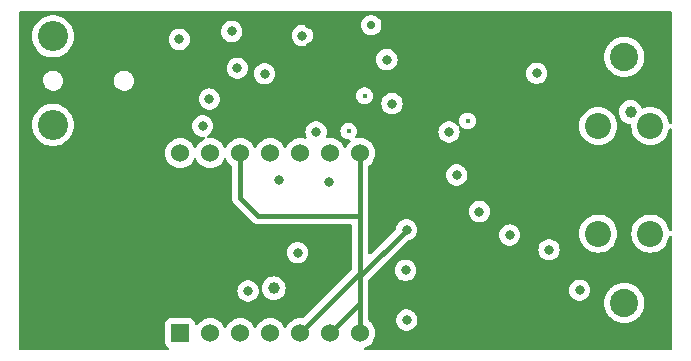
<source format=gbr>
%TF.GenerationSoftware,KiCad,Pcbnew,7.0.11*%
%TF.CreationDate,2024-12-08T12:57:22-05:00*%
%TF.ProjectId,wsg1.0,77736731-2e30-42e6-9b69-6361645f7063,rev?*%
%TF.SameCoordinates,Original*%
%TF.FileFunction,Copper,L3,Inr*%
%TF.FilePolarity,Positive*%
%FSLAX46Y46*%
G04 Gerber Fmt 4.6, Leading zero omitted, Abs format (unit mm)*
G04 Created by KiCad (PCBNEW 7.0.11) date 2024-12-08 12:57:22*
%MOMM*%
%LPD*%
G01*
G04 APERTURE LIST*
%TA.AperFunction,ComponentPad*%
%ADD10R,1.530000X1.530000*%
%TD*%
%TA.AperFunction,ComponentPad*%
%ADD11C,1.530000*%
%TD*%
%TA.AperFunction,ComponentPad*%
%ADD12C,2.550000*%
%TD*%
%TA.AperFunction,ComponentPad*%
%ADD13C,2.209800*%
%TD*%
%TA.AperFunction,ComponentPad*%
%ADD14C,2.387600*%
%TD*%
%TA.AperFunction,ViaPad*%
%ADD15C,0.800000*%
%TD*%
%TA.AperFunction,ViaPad*%
%ADD16C,0.700000*%
%TD*%
%TA.AperFunction,ViaPad*%
%ADD17C,1.000000*%
%TD*%
%TA.AperFunction,ViaPad*%
%ADD18C,0.500000*%
%TD*%
%TA.AperFunction,ViaPad*%
%ADD19C,0.400000*%
%TD*%
%TA.AperFunction,Conductor*%
%ADD20C,0.400000*%
%TD*%
G04 APERTURE END LIST*
D10*
%TO.N,Net-(U2-PA02_A0_D0)*%
%TO.C,U2*%
X129470000Y-150260000D03*
D11*
%TO.N,Net-(U2-PA4_A1_D1)*%
X132010000Y-150260000D03*
%TO.N,Net-(U2-PA10_A2_D2)*%
X134550000Y-150260000D03*
%TO.N,Net-(U2-PA11_A3_D3)*%
X137090000Y-150260000D03*
%TO.N,3v3*%
X139630000Y-150260000D03*
X142170000Y-150260000D03*
X144710000Y-150260000D03*
X144710000Y-135020000D03*
%TO.N,Net-(U2-PA7_A8_D8_SCK)*%
X142170000Y-135020000D03*
%TO.N,Net-(U2-PA5_A9_D9_MISO)*%
X139630000Y-135020000D03*
%TO.N,Net-(U2-PA6_A10_D10_MOSI)*%
X137090000Y-135020000D03*
%TO.N,3v3*%
X134550000Y-135020000D03*
%TO.N,GND*%
X132010000Y-135020000D03*
%TO.N,Net-(D8-K)*%
X129470000Y-135020000D03*
%TD*%
D12*
%TO.N,unconnected-(J1-PadMH1)*%
%TO.C,J1*%
X118700000Y-125140000D03*
%TO.N,unconnected-(J1-PadMH2)*%
X118700000Y-132640000D03*
%TD*%
D13*
%TO.N,Net-(InstrAmp1-+IN)*%
%TO.C,U3*%
X164860000Y-141840002D03*
%TO.N,Net-(InstrAmp1--IN)*%
X164860000Y-132740000D03*
%TO.N,Net-(LinReg2-VOUT)*%
X169280000Y-141840002D03*
%TO.N,GND*%
X169280000Y-132740000D03*
D14*
%TO.N,N/C*%
X167069999Y-147704999D03*
X167069999Y-126875003D03*
%TD*%
D15*
%TO.N,GND*%
X146970000Y-127110000D03*
X134310000Y-127840000D03*
X159655000Y-128270000D03*
X136630000Y-128310000D03*
X154810000Y-139980000D03*
D16*
X145660000Y-124190000D03*
D15*
X160700000Y-143210000D03*
X163300000Y-146630000D03*
X139810000Y-125070000D03*
X131380000Y-132730000D03*
D17*
X167600000Y-131540000D03*
D15*
X133835000Y-124725000D03*
X129400000Y-125400000D03*
X131940000Y-130450000D03*
X157370000Y-141970000D03*
D17*
%TO.N,5.5V*%
X138470000Y-127070000D03*
D15*
X161820000Y-141980000D03*
X140400000Y-124090000D03*
X143950000Y-128570500D03*
X122120000Y-135150000D03*
D18*
X155285200Y-132785200D03*
D15*
X157760000Y-145700000D03*
X140440000Y-126020000D03*
%TO.N,3v3*%
X148640000Y-141520000D03*
X137880332Y-137280332D03*
X142060000Y-137450000D03*
%TO.N,CS-DAC*%
X139420000Y-143460000D03*
X152890000Y-136880000D03*
D19*
%TO.N,SClk*%
X143740000Y-133170000D03*
X153802500Y-132292500D03*
D15*
%TO.N,CS-MEM*%
X148660000Y-149160000D03*
X148560000Y-144950000D03*
%TO.N,Ready*%
X135220000Y-146700000D03*
D19*
X145080000Y-130169500D03*
D15*
%TO.N,MISO*%
X140980000Y-133240000D03*
X147410000Y-130840000D03*
D17*
%TO.N,CS-ADC*%
X137400000Y-146470000D03*
D15*
X152230000Y-133239500D03*
%TD*%
D20*
%TO.N,3v3*%
X144710000Y-150260000D02*
X144710000Y-147320000D01*
X144710000Y-147720000D02*
X144710000Y-147320000D01*
X144710000Y-145450000D02*
X148640000Y-141520000D01*
X136060000Y-140320000D02*
X134550000Y-138810000D01*
X144710000Y-145450000D02*
X144710000Y-144870000D01*
X144710000Y-140320000D02*
X144710000Y-135020000D01*
X142170000Y-150260000D02*
X144710000Y-147720000D01*
X144710000Y-145180000D02*
X144710000Y-144870000D01*
X144710000Y-144870000D02*
X144710000Y-140320000D01*
X144710000Y-147320000D02*
X144710000Y-145450000D01*
X134550000Y-138810000D02*
X134550000Y-135020000D01*
X144710000Y-140320000D02*
X136060000Y-140320000D01*
X139630000Y-150260000D02*
X144710000Y-145180000D01*
%TD*%
%TA.AperFunction,Conductor*%
%TO.N,5.5V*%
G36*
X171052539Y-123020185D02*
G01*
X171098294Y-123072989D01*
X171109500Y-123124500D01*
X171109500Y-132435762D01*
X171089815Y-132502801D01*
X171037011Y-132548556D01*
X170967853Y-132558500D01*
X170904297Y-132529475D01*
X170866523Y-132470697D01*
X170864926Y-132464709D01*
X170862799Y-132455851D01*
X170811547Y-132242370D01*
X170793080Y-132197785D01*
X170714845Y-132008909D01*
X170582815Y-131793457D01*
X170582814Y-131793455D01*
X170582813Y-131793454D01*
X170582812Y-131793452D01*
X170418699Y-131601301D01*
X170226548Y-131437188D01*
X170226546Y-131437186D01*
X170226544Y-131437185D01*
X170226542Y-131437184D01*
X170011090Y-131305154D01*
X169777630Y-131208452D01*
X169531912Y-131149461D01*
X169531913Y-131149461D01*
X169280000Y-131129636D01*
X169028087Y-131149461D01*
X168782369Y-131208452D01*
X168782368Y-131208452D01*
X168697846Y-131243463D01*
X168628377Y-131250932D01*
X168565898Y-131219657D01*
X168531734Y-131164898D01*
X168528813Y-131155271D01*
X168435913Y-130981467D01*
X168435909Y-130981460D01*
X168310883Y-130829116D01*
X168158539Y-130704090D01*
X168158532Y-130704086D01*
X167984733Y-130611188D01*
X167984727Y-130611186D01*
X167796132Y-130553976D01*
X167796129Y-130553975D01*
X167600000Y-130534659D01*
X167403870Y-130553975D01*
X167215266Y-130611188D01*
X167041467Y-130704086D01*
X167041460Y-130704090D01*
X166889116Y-130829116D01*
X166764090Y-130981460D01*
X166764086Y-130981467D01*
X166671188Y-131155266D01*
X166613975Y-131343870D01*
X166594659Y-131540000D01*
X166613975Y-131736129D01*
X166671188Y-131924733D01*
X166764086Y-132098532D01*
X166764090Y-132098539D01*
X166889116Y-132250883D01*
X167041460Y-132375909D01*
X167041467Y-132375913D01*
X167215266Y-132468811D01*
X167215269Y-132468811D01*
X167215273Y-132468814D01*
X167403868Y-132526024D01*
X167563298Y-132541726D01*
X167628085Y-132567887D01*
X167668444Y-132624921D01*
X167674762Y-132674856D01*
X167670423Y-132730000D01*
X167669636Y-132740000D01*
X167671244Y-132760427D01*
X167689461Y-132991912D01*
X167748452Y-133237630D01*
X167845154Y-133471090D01*
X167977184Y-133686542D01*
X167977185Y-133686544D01*
X167977186Y-133686546D01*
X167977188Y-133686548D01*
X168141301Y-133878699D01*
X168333452Y-134042812D01*
X168333454Y-134042813D01*
X168333455Y-134042814D01*
X168333457Y-134042815D01*
X168548909Y-134174845D01*
X168782369Y-134271547D01*
X168826522Y-134282147D01*
X169028084Y-134330538D01*
X169280000Y-134350364D01*
X169531916Y-134330538D01*
X169777630Y-134271547D01*
X170011090Y-134174845D01*
X170226548Y-134042812D01*
X170418699Y-133878699D01*
X170582812Y-133686548D01*
X170714845Y-133471090D01*
X170811547Y-133237630D01*
X170864926Y-133015288D01*
X170899717Y-132954698D01*
X170961743Y-132922534D01*
X171031312Y-132929010D01*
X171086336Y-132972069D01*
X171109345Y-133038042D01*
X171109500Y-133044237D01*
X171109500Y-141535764D01*
X171089815Y-141602803D01*
X171037011Y-141648558D01*
X170967853Y-141658502D01*
X170904297Y-141629477D01*
X170866523Y-141570699D01*
X170864926Y-141564711D01*
X170857976Y-141535764D01*
X170811547Y-141342372D01*
X170807148Y-141331750D01*
X170714845Y-141108911D01*
X170582815Y-140893459D01*
X170582814Y-140893457D01*
X170582813Y-140893456D01*
X170582812Y-140893454D01*
X170418699Y-140701303D01*
X170226548Y-140537190D01*
X170226546Y-140537188D01*
X170226544Y-140537187D01*
X170226542Y-140537186D01*
X170011090Y-140405156D01*
X169777630Y-140308454D01*
X169531912Y-140249463D01*
X169531913Y-140249463D01*
X169280000Y-140229638D01*
X169028087Y-140249463D01*
X168782369Y-140308454D01*
X168548909Y-140405156D01*
X168333457Y-140537186D01*
X168333455Y-140537187D01*
X168141301Y-140701303D01*
X167977185Y-140893457D01*
X167977184Y-140893459D01*
X167845154Y-141108911D01*
X167748452Y-141342371D01*
X167689461Y-141588089D01*
X167669636Y-141840002D01*
X167689461Y-142091914D01*
X167748452Y-142337632D01*
X167845154Y-142571092D01*
X167977184Y-142786544D01*
X167977185Y-142786546D01*
X167977186Y-142786548D01*
X167977188Y-142786550D01*
X168141301Y-142978701D01*
X168333452Y-143142814D01*
X168333454Y-143142815D01*
X168333455Y-143142816D01*
X168333457Y-143142817D01*
X168548909Y-143274847D01*
X168782369Y-143371549D01*
X168843798Y-143386296D01*
X169028084Y-143430540D01*
X169280000Y-143450366D01*
X169531916Y-143430540D01*
X169777630Y-143371549D01*
X170011090Y-143274847D01*
X170226548Y-143142814D01*
X170418699Y-142978701D01*
X170582812Y-142786550D01*
X170714845Y-142571092D01*
X170811547Y-142337632D01*
X170864926Y-142115290D01*
X170899717Y-142054700D01*
X170961743Y-142022536D01*
X171031312Y-142029012D01*
X171086336Y-142072071D01*
X171109345Y-142138044D01*
X171109500Y-142144239D01*
X171109500Y-151575500D01*
X171089815Y-151642539D01*
X171037011Y-151688294D01*
X170985500Y-151699500D01*
X145169103Y-151699500D01*
X145102064Y-151679815D01*
X145056309Y-151627011D01*
X145046365Y-151557853D01*
X145075390Y-151494297D01*
X145134168Y-151456523D01*
X145137009Y-151455725D01*
X145138325Y-151455372D01*
X145144480Y-151453723D01*
X145345167Y-151360142D01*
X145526555Y-151233132D01*
X145683132Y-151076555D01*
X145810142Y-150895167D01*
X145903723Y-150694480D01*
X145961035Y-150480591D01*
X145980334Y-150260000D01*
X145961035Y-150039409D01*
X145903723Y-149825520D01*
X145891574Y-149799467D01*
X145810143Y-149624836D01*
X145810142Y-149624834D01*
X145810142Y-149624833D01*
X145683132Y-149443445D01*
X145526555Y-149286868D01*
X145479808Y-149254135D01*
X145463375Y-149242628D01*
X145419751Y-149188051D01*
X145414229Y-149160000D01*
X147754540Y-149160000D01*
X147774326Y-149348256D01*
X147774327Y-149348259D01*
X147832818Y-149528277D01*
X147832821Y-149528284D01*
X147927467Y-149692216D01*
X148024037Y-149799467D01*
X148054129Y-149832888D01*
X148207265Y-149944148D01*
X148207270Y-149944151D01*
X148380192Y-150021142D01*
X148380197Y-150021144D01*
X148565354Y-150060500D01*
X148565355Y-150060500D01*
X148754644Y-150060500D01*
X148754646Y-150060500D01*
X148939803Y-150021144D01*
X149112730Y-149944151D01*
X149265871Y-149832888D01*
X149392533Y-149692216D01*
X149487179Y-149528284D01*
X149545674Y-149348256D01*
X149565460Y-149160000D01*
X149545674Y-148971744D01*
X149487179Y-148791716D01*
X149392533Y-148627784D01*
X149265871Y-148487112D01*
X149204044Y-148442192D01*
X149112734Y-148375851D01*
X149112729Y-148375848D01*
X148939807Y-148298857D01*
X148939802Y-148298855D01*
X148794001Y-148267865D01*
X148754646Y-148259500D01*
X148565354Y-148259500D01*
X148532897Y-148266398D01*
X148380197Y-148298855D01*
X148380192Y-148298857D01*
X148207270Y-148375848D01*
X148207265Y-148375851D01*
X148054129Y-148487111D01*
X147927466Y-148627785D01*
X147832821Y-148791715D01*
X147832818Y-148791722D01*
X147788093Y-148929373D01*
X147774326Y-148971744D01*
X147754540Y-149160000D01*
X145414229Y-149160000D01*
X145410500Y-149141054D01*
X145410500Y-147794922D01*
X145412531Y-147772571D01*
X145414357Y-147762606D01*
X145410873Y-147705002D01*
X165370948Y-147705002D01*
X165377956Y-147798527D01*
X165378212Y-147803042D01*
X165381924Y-147899875D01*
X165381924Y-147899876D01*
X165386457Y-147923249D01*
X165388377Y-147937581D01*
X165389925Y-147958228D01*
X165389926Y-147958236D01*
X165411534Y-148052909D01*
X165412375Y-148056890D01*
X165431458Y-148155282D01*
X165438376Y-148174544D01*
X165442566Y-148188866D01*
X165446429Y-148205795D01*
X165446432Y-148205803D01*
X165482952Y-148298856D01*
X165483124Y-148299292D01*
X165484381Y-148302638D01*
X165504521Y-148358713D01*
X165519394Y-148400124D01*
X165527588Y-148415193D01*
X165534078Y-148429122D01*
X165539207Y-148442190D01*
X165591088Y-148532052D01*
X165592635Y-148534813D01*
X165643676Y-148628675D01*
X165643677Y-148628676D01*
X165652052Y-148639664D01*
X165660819Y-148652830D01*
X165666172Y-148662102D01*
X165666175Y-148662106D01*
X165666177Y-148662109D01*
X165732973Y-148745869D01*
X165734569Y-148747916D01*
X165801392Y-148835578D01*
X165808947Y-148842849D01*
X165819903Y-148854876D01*
X165824501Y-148860642D01*
X165824506Y-148860648D01*
X165905448Y-148935750D01*
X165907093Y-148937305D01*
X165988836Y-149015976D01*
X165988839Y-149015978D01*
X165988841Y-149015980D01*
X165994690Y-149020094D01*
X166007679Y-149030608D01*
X166010652Y-149033366D01*
X166010661Y-149033373D01*
X166104580Y-149097405D01*
X166106069Y-149098436D01*
X166201632Y-149165654D01*
X166205053Y-149167347D01*
X166219896Y-149176026D01*
X166220474Y-149176420D01*
X166325960Y-149227219D01*
X166327044Y-149227749D01*
X166357095Y-149242628D01*
X166434769Y-149281088D01*
X166434774Y-149281089D01*
X166434777Y-149281091D01*
X166435217Y-149281230D01*
X166444881Y-149285065D01*
X166444944Y-149284905D01*
X166449258Y-149286598D01*
X166449262Y-149286599D01*
X166449266Y-149286601D01*
X166564519Y-149322151D01*
X166564906Y-149322272D01*
X166682811Y-149359586D01*
X166682819Y-149359587D01*
X166684046Y-149359875D01*
X166690019Y-149361016D01*
X166691920Y-149361449D01*
X166691925Y-149361451D01*
X166691929Y-149361451D01*
X166691931Y-149361452D01*
X166712695Y-149364581D01*
X166814401Y-149379911D01*
X166939920Y-149399299D01*
X166939924Y-149399299D01*
X167196964Y-149399299D01*
X167196969Y-149399299D01*
X167256921Y-149390261D01*
X167265863Y-149389246D01*
X167329394Y-149384370D01*
X167384981Y-149371361D01*
X167394702Y-149369494D01*
X167448073Y-149361451D01*
X167509173Y-149342603D01*
X167517441Y-149340365D01*
X167582709Y-149325092D01*
X167632570Y-149304995D01*
X167642316Y-149301534D01*
X167690732Y-149286601D01*
X167751332Y-149257416D01*
X167758748Y-149254141D01*
X167824006Y-149227841D01*
X167867356Y-149202068D01*
X167876899Y-149196946D01*
X167919525Y-149176420D01*
X167977853Y-149136651D01*
X167984291Y-149132549D01*
X168041674Y-149098436D01*
X168047624Y-149094899D01*
X168047628Y-149094896D01*
X168047627Y-149094896D01*
X168047630Y-149094895D01*
X168083958Y-149064933D01*
X168092991Y-149058151D01*
X168129340Y-149033371D01*
X168183518Y-148983099D01*
X168188949Y-148978348D01*
X168205206Y-148964942D01*
X168218066Y-148954336D01*
X168248337Y-148929373D01*
X168248339Y-148929371D01*
X168277465Y-148896686D01*
X168285668Y-148888318D01*
X168315492Y-148860647D01*
X168363651Y-148800256D01*
X168367966Y-148795138D01*
X168421429Y-148735149D01*
X168443417Y-148701194D01*
X168450534Y-148691308D01*
X168473821Y-148662109D01*
X168514105Y-148592332D01*
X168517362Y-148587009D01*
X168562843Y-148516782D01*
X168563506Y-148515302D01*
X168578026Y-148482913D01*
X168583791Y-148471633D01*
X168600791Y-148442190D01*
X168631435Y-148364108D01*
X168633689Y-148358742D01*
X168669265Y-148279386D01*
X168678218Y-148246803D01*
X168682357Y-148234361D01*
X168693566Y-148205803D01*
X168712974Y-148120765D01*
X168714264Y-148115632D01*
X168738202Y-148028528D01*
X168741695Y-147998265D01*
X168743981Y-147984916D01*
X168750073Y-147958229D01*
X168756835Y-147867980D01*
X168757297Y-147863113D01*
X168768038Y-147770086D01*
X168766998Y-147742973D01*
X168767254Y-147728953D01*
X168769050Y-147704998D01*
X168768307Y-147695090D01*
X168762037Y-147611429D01*
X168761785Y-147606977D01*
X168758073Y-147510119D01*
X168754393Y-147491144D01*
X168753540Y-147486746D01*
X168751619Y-147472410D01*
X168750073Y-147451769D01*
X168728452Y-147357046D01*
X168727618Y-147353090D01*
X168715221Y-147289167D01*
X168708541Y-147254720D01*
X168701619Y-147235450D01*
X168697432Y-147221138D01*
X168693566Y-147204195D01*
X168656876Y-147110711D01*
X168655602Y-147107321D01*
X168650778Y-147093889D01*
X168620604Y-147009874D01*
X168612409Y-146994805D01*
X168605917Y-146980871D01*
X168600791Y-146967808D01*
X168548875Y-146877885D01*
X168547404Y-146875261D01*
X168496321Y-146781322D01*
X168492334Y-146776092D01*
X168487942Y-146770329D01*
X168479177Y-146757166D01*
X168473821Y-146747889D01*
X168406984Y-146664078D01*
X168405473Y-146662140D01*
X168338606Y-146574420D01*
X168331045Y-146567144D01*
X168320089Y-146555116D01*
X168315494Y-146549353D01*
X168315490Y-146549349D01*
X168234547Y-146474245D01*
X168232948Y-146472734D01*
X168151157Y-146394018D01*
X168145291Y-146389892D01*
X168132308Y-146379380D01*
X168129340Y-146376627D01*
X168035379Y-146312565D01*
X168033914Y-146311550D01*
X167938370Y-146244346D01*
X167938364Y-146244343D01*
X167934930Y-146242642D01*
X167920114Y-146233979D01*
X167919525Y-146233577D01*
X167814083Y-146182800D01*
X167812925Y-146182235D01*
X167759645Y-146155854D01*
X167705229Y-146128910D01*
X167705212Y-146128903D01*
X167704740Y-146128754D01*
X167695114Y-146124936D01*
X167695053Y-146125093D01*
X167690737Y-146123399D01*
X167690734Y-146123398D01*
X167690732Y-146123397D01*
X167627429Y-146103870D01*
X167575694Y-146087912D01*
X167574832Y-146087642D01*
X167457193Y-146050413D01*
X167455959Y-146050124D01*
X167449991Y-146048984D01*
X167448073Y-146048546D01*
X167325833Y-146030121D01*
X167325388Y-146030053D01*
X167200078Y-146010699D01*
X167196969Y-146010699D01*
X166943029Y-146010699D01*
X166943021Y-146010699D01*
X166883107Y-146019730D01*
X166874120Y-146020751D01*
X166810609Y-146025627D01*
X166810595Y-146025629D01*
X166755049Y-146038628D01*
X166745277Y-146040505D01*
X166691927Y-146048546D01*
X166691924Y-146048546D01*
X166630842Y-146067386D01*
X166622553Y-146069631D01*
X166557294Y-146084904D01*
X166507445Y-146104993D01*
X166497650Y-146108471D01*
X166449263Y-146123398D01*
X166388689Y-146152567D01*
X166381248Y-146155854D01*
X166315992Y-146182156D01*
X166272648Y-146207924D01*
X166263088Y-146213055D01*
X166220478Y-146233575D01*
X166220475Y-146233577D01*
X166220474Y-146233578D01*
X166204683Y-146244344D01*
X166162176Y-146273324D01*
X166155693Y-146277455D01*
X166092373Y-146315099D01*
X166092362Y-146315106D01*
X166056039Y-146345061D01*
X166047004Y-146351845D01*
X166010656Y-146376628D01*
X166010653Y-146376631D01*
X165956489Y-146426886D01*
X165951046Y-146431649D01*
X165891657Y-146480628D01*
X165891656Y-146480629D01*
X165862544Y-146513295D01*
X165854317Y-146521689D01*
X165824504Y-146549352D01*
X165776357Y-146609726D01*
X165771992Y-146614901D01*
X165754598Y-146634419D01*
X165718568Y-146674849D01*
X165696584Y-146708795D01*
X165689453Y-146718700D01*
X165666179Y-146747884D01*
X165625911Y-146817629D01*
X165622607Y-146823028D01*
X165577155Y-146893214D01*
X165577154Y-146893215D01*
X165561973Y-146927081D01*
X165556212Y-146938352D01*
X165539210Y-146967801D01*
X165539207Y-146967806D01*
X165539207Y-146967808D01*
X165508575Y-147045856D01*
X165506298Y-147051275D01*
X165470733Y-147130609D01*
X165470732Y-147130612D01*
X165461776Y-147163198D01*
X165457642Y-147175630D01*
X165446433Y-147204194D01*
X165446431Y-147204198D01*
X165427037Y-147289167D01*
X165425714Y-147294429D01*
X165401796Y-147381466D01*
X165398300Y-147411737D01*
X165396012Y-147425094D01*
X165389924Y-147451769D01*
X165389923Y-147451779D01*
X165383163Y-147541989D01*
X165382692Y-147546942D01*
X165371959Y-147639912D01*
X165372999Y-147667026D01*
X165372743Y-147681040D01*
X165370948Y-147704995D01*
X165370948Y-147705002D01*
X145410873Y-147705002D01*
X145410726Y-147702577D01*
X145410500Y-147695090D01*
X145410500Y-146630000D01*
X162394540Y-146630000D01*
X162414326Y-146818256D01*
X162414327Y-146818259D01*
X162472818Y-146998277D01*
X162472821Y-146998284D01*
X162567467Y-147162216D01*
X162694129Y-147302888D01*
X162847265Y-147414148D01*
X162847270Y-147414151D01*
X163020192Y-147491142D01*
X163020197Y-147491144D01*
X163205354Y-147530500D01*
X163205355Y-147530500D01*
X163394644Y-147530500D01*
X163394646Y-147530500D01*
X163579803Y-147491144D01*
X163752730Y-147414151D01*
X163905871Y-147302888D01*
X164032533Y-147162216D01*
X164127179Y-146998284D01*
X164185674Y-146818256D01*
X164205460Y-146630000D01*
X164185674Y-146441744D01*
X164127179Y-146261716D01*
X164032533Y-146097784D01*
X163905871Y-145957112D01*
X163905870Y-145957111D01*
X163752734Y-145845851D01*
X163752729Y-145845848D01*
X163579807Y-145768857D01*
X163579802Y-145768855D01*
X163416513Y-145734148D01*
X163394646Y-145729500D01*
X163205354Y-145729500D01*
X163183487Y-145734148D01*
X163020197Y-145768855D01*
X163020192Y-145768857D01*
X162847270Y-145845848D01*
X162847265Y-145845851D01*
X162694129Y-145957111D01*
X162567466Y-146097785D01*
X162472821Y-146261715D01*
X162472818Y-146261722D01*
X162418354Y-146429347D01*
X162414326Y-146441744D01*
X162394540Y-146630000D01*
X145410500Y-146630000D01*
X145410500Y-145791519D01*
X145430185Y-145724480D01*
X145446819Y-145703838D01*
X146200657Y-144950000D01*
X147654540Y-144950000D01*
X147674326Y-145138256D01*
X147674327Y-145138259D01*
X147732818Y-145318277D01*
X147732821Y-145318284D01*
X147827467Y-145482216D01*
X147880564Y-145541186D01*
X147954129Y-145622888D01*
X148107265Y-145734148D01*
X148107270Y-145734151D01*
X148280192Y-145811142D01*
X148280197Y-145811144D01*
X148465354Y-145850500D01*
X148465355Y-145850500D01*
X148654644Y-145850500D01*
X148654646Y-145850500D01*
X148839803Y-145811144D01*
X149012730Y-145734151D01*
X149165871Y-145622888D01*
X149292533Y-145482216D01*
X149387179Y-145318284D01*
X149445674Y-145138256D01*
X149465460Y-144950000D01*
X149445674Y-144761744D01*
X149387179Y-144581716D01*
X149292533Y-144417784D01*
X149165871Y-144277112D01*
X149165870Y-144277111D01*
X149012734Y-144165851D01*
X149012729Y-144165848D01*
X148839807Y-144088857D01*
X148839802Y-144088855D01*
X148694001Y-144057865D01*
X148654646Y-144049500D01*
X148465354Y-144049500D01*
X148432897Y-144056398D01*
X148280197Y-144088855D01*
X148280192Y-144088857D01*
X148107270Y-144165848D01*
X148107265Y-144165851D01*
X147954129Y-144277111D01*
X147827466Y-144417785D01*
X147732821Y-144581715D01*
X147732818Y-144581722D01*
X147674327Y-144761740D01*
X147674326Y-144761744D01*
X147654540Y-144950000D01*
X146200657Y-144950000D01*
X147061802Y-144088855D01*
X147940656Y-143210000D01*
X159794540Y-143210000D01*
X159814326Y-143398256D01*
X159814327Y-143398259D01*
X159872818Y-143578277D01*
X159872821Y-143578284D01*
X159967467Y-143742216D01*
X160094129Y-143882888D01*
X160247265Y-143994148D01*
X160247270Y-143994151D01*
X160420192Y-144071142D01*
X160420197Y-144071144D01*
X160605354Y-144110500D01*
X160605355Y-144110500D01*
X160794644Y-144110500D01*
X160794646Y-144110500D01*
X160979803Y-144071144D01*
X161152730Y-143994151D01*
X161305871Y-143882888D01*
X161432533Y-143742216D01*
X161527179Y-143578284D01*
X161585674Y-143398256D01*
X161605460Y-143210000D01*
X161585674Y-143021744D01*
X161527179Y-142841716D01*
X161432533Y-142677784D01*
X161305871Y-142537112D01*
X161257838Y-142502214D01*
X161152734Y-142425851D01*
X161152729Y-142425848D01*
X160979807Y-142348857D01*
X160979802Y-142348855D01*
X160834001Y-142317865D01*
X160794646Y-142309500D01*
X160605354Y-142309500D01*
X160572897Y-142316398D01*
X160420197Y-142348855D01*
X160420192Y-142348857D01*
X160247270Y-142425848D01*
X160247265Y-142425851D01*
X160094129Y-142537111D01*
X159967466Y-142677785D01*
X159872821Y-142841715D01*
X159872818Y-142841722D01*
X159814327Y-143021740D01*
X159814326Y-143021744D01*
X159794540Y-143210000D01*
X147940656Y-143210000D01*
X148702975Y-142447681D01*
X148764296Y-142414198D01*
X148764362Y-142414183D01*
X148919803Y-142381144D01*
X148919807Y-142381142D01*
X148919808Y-142381142D01*
X149016067Y-142338284D01*
X149092730Y-142304151D01*
X149245871Y-142192888D01*
X149372533Y-142052216D01*
X149420000Y-141970000D01*
X156464540Y-141970000D01*
X156484326Y-142158256D01*
X156484327Y-142158259D01*
X156542818Y-142338277D01*
X156542821Y-142338284D01*
X156637467Y-142502216D01*
X156724483Y-142598857D01*
X156764129Y-142642888D01*
X156917265Y-142754148D01*
X156917270Y-142754151D01*
X157090192Y-142831142D01*
X157090197Y-142831144D01*
X157275354Y-142870500D01*
X157275355Y-142870500D01*
X157464644Y-142870500D01*
X157464646Y-142870500D01*
X157649803Y-142831144D01*
X157822730Y-142754151D01*
X157975871Y-142642888D01*
X158102533Y-142502216D01*
X158197179Y-142338284D01*
X158255674Y-142158256D01*
X158275460Y-141970000D01*
X158261797Y-141840002D01*
X163249636Y-141840002D01*
X163269461Y-142091914D01*
X163328452Y-142337632D01*
X163425154Y-142571092D01*
X163557184Y-142786544D01*
X163557185Y-142786546D01*
X163557186Y-142786548D01*
X163557188Y-142786550D01*
X163721301Y-142978701D01*
X163913452Y-143142814D01*
X163913454Y-143142815D01*
X163913455Y-143142816D01*
X163913457Y-143142817D01*
X164128909Y-143274847D01*
X164362369Y-143371549D01*
X164423798Y-143386296D01*
X164608084Y-143430540D01*
X164860000Y-143450366D01*
X165111916Y-143430540D01*
X165357630Y-143371549D01*
X165591090Y-143274847D01*
X165806548Y-143142814D01*
X165998699Y-142978701D01*
X166162812Y-142786550D01*
X166294845Y-142571092D01*
X166391547Y-142337632D01*
X166450538Y-142091918D01*
X166470364Y-141840002D01*
X166450538Y-141588086D01*
X166391547Y-141342372D01*
X166387148Y-141331750D01*
X166294845Y-141108911D01*
X166162815Y-140893459D01*
X166162814Y-140893457D01*
X166162813Y-140893456D01*
X166162812Y-140893454D01*
X165998699Y-140701303D01*
X165806548Y-140537190D01*
X165806546Y-140537188D01*
X165806544Y-140537187D01*
X165806542Y-140537186D01*
X165591090Y-140405156D01*
X165357630Y-140308454D01*
X165111912Y-140249463D01*
X165111913Y-140249463D01*
X164860000Y-140229638D01*
X164608087Y-140249463D01*
X164362369Y-140308454D01*
X164128909Y-140405156D01*
X163913457Y-140537186D01*
X163913455Y-140537187D01*
X163721301Y-140701303D01*
X163557185Y-140893457D01*
X163557184Y-140893459D01*
X163425154Y-141108911D01*
X163328452Y-141342371D01*
X163269461Y-141588089D01*
X163249636Y-141840002D01*
X158261797Y-141840002D01*
X158255674Y-141781744D01*
X158197179Y-141601716D01*
X158102533Y-141437784D01*
X157975871Y-141297112D01*
X157975870Y-141297111D01*
X157822734Y-141185851D01*
X157822729Y-141185848D01*
X157649807Y-141108857D01*
X157649802Y-141108855D01*
X157504001Y-141077865D01*
X157464646Y-141069500D01*
X157275354Y-141069500D01*
X157242897Y-141076398D01*
X157090197Y-141108855D01*
X157090192Y-141108857D01*
X156917270Y-141185848D01*
X156917265Y-141185851D01*
X156764129Y-141297111D01*
X156637466Y-141437785D01*
X156542821Y-141601715D01*
X156542818Y-141601722D01*
X156484327Y-141781740D01*
X156484326Y-141781744D01*
X156464540Y-141970000D01*
X149420000Y-141970000D01*
X149467179Y-141888284D01*
X149525674Y-141708256D01*
X149545460Y-141520000D01*
X149525674Y-141331744D01*
X149467179Y-141151716D01*
X149372533Y-140987784D01*
X149245871Y-140847112D01*
X149237654Y-140841142D01*
X149092734Y-140735851D01*
X149092729Y-140735848D01*
X148919807Y-140658857D01*
X148919802Y-140658855D01*
X148774001Y-140627865D01*
X148734646Y-140619500D01*
X148545354Y-140619500D01*
X148512897Y-140626398D01*
X148360197Y-140658855D01*
X148360192Y-140658857D01*
X148187270Y-140735848D01*
X148187265Y-140735851D01*
X148034129Y-140847111D01*
X147907466Y-140987785D01*
X147812821Y-141151715D01*
X147812818Y-141151722D01*
X147754327Y-141331739D01*
X147754325Y-141331750D01*
X147749134Y-141381129D01*
X147722549Y-141445743D01*
X147713495Y-141455846D01*
X145622181Y-143547161D01*
X145560858Y-143580646D01*
X145491166Y-143575662D01*
X145435233Y-143533790D01*
X145410816Y-143468326D01*
X145410500Y-143459480D01*
X145410500Y-139980000D01*
X153904540Y-139980000D01*
X153924326Y-140168256D01*
X153924327Y-140168259D01*
X153982818Y-140348277D01*
X153982821Y-140348284D01*
X154077467Y-140512216D01*
X154099954Y-140537190D01*
X154204129Y-140652888D01*
X154357265Y-140764148D01*
X154357270Y-140764151D01*
X154530192Y-140841142D01*
X154530197Y-140841144D01*
X154715354Y-140880500D01*
X154715355Y-140880500D01*
X154904644Y-140880500D01*
X154904646Y-140880500D01*
X155089803Y-140841144D01*
X155262730Y-140764151D01*
X155415871Y-140652888D01*
X155542533Y-140512216D01*
X155637179Y-140348284D01*
X155695674Y-140168256D01*
X155715460Y-139980000D01*
X155695674Y-139791744D01*
X155637179Y-139611716D01*
X155542533Y-139447784D01*
X155415871Y-139307112D01*
X155375704Y-139277929D01*
X155262734Y-139195851D01*
X155262729Y-139195848D01*
X155089807Y-139118857D01*
X155089802Y-139118855D01*
X154944001Y-139087865D01*
X154904646Y-139079500D01*
X154715354Y-139079500D01*
X154682897Y-139086398D01*
X154530197Y-139118855D01*
X154530192Y-139118857D01*
X154357270Y-139195848D01*
X154357265Y-139195851D01*
X154204129Y-139307111D01*
X154077466Y-139447785D01*
X153982821Y-139611715D01*
X153982818Y-139611722D01*
X153924327Y-139791740D01*
X153924326Y-139791744D01*
X153904540Y-139980000D01*
X145410500Y-139980000D01*
X145410500Y-136880000D01*
X151984540Y-136880000D01*
X152004326Y-137068256D01*
X152004327Y-137068259D01*
X152062818Y-137248277D01*
X152062821Y-137248284D01*
X152157467Y-137412216D01*
X152284129Y-137552888D01*
X152437265Y-137664148D01*
X152437270Y-137664151D01*
X152610192Y-137741142D01*
X152610197Y-137741144D01*
X152795354Y-137780500D01*
X152795355Y-137780500D01*
X152984644Y-137780500D01*
X152984646Y-137780500D01*
X153169803Y-137741144D01*
X153342730Y-137664151D01*
X153495871Y-137552888D01*
X153622533Y-137412216D01*
X153717179Y-137248284D01*
X153775674Y-137068256D01*
X153795460Y-136880000D01*
X153775674Y-136691744D01*
X153717179Y-136511716D01*
X153622533Y-136347784D01*
X153495871Y-136207112D01*
X153432475Y-136161052D01*
X153342734Y-136095851D01*
X153342729Y-136095848D01*
X153169807Y-136018857D01*
X153169802Y-136018855D01*
X153024001Y-135987865D01*
X152984646Y-135979500D01*
X152795354Y-135979500D01*
X152762897Y-135986398D01*
X152610197Y-136018855D01*
X152610192Y-136018857D01*
X152437270Y-136095848D01*
X152437265Y-136095851D01*
X152284129Y-136207111D01*
X152157466Y-136347785D01*
X152062821Y-136511715D01*
X152062818Y-136511722D01*
X152012739Y-136665851D01*
X152004326Y-136691744D01*
X151984540Y-136880000D01*
X145410500Y-136880000D01*
X145410500Y-136138945D01*
X145430185Y-136071906D01*
X145463374Y-136037371D01*
X145526555Y-135993132D01*
X145683132Y-135836555D01*
X145810142Y-135655167D01*
X145903723Y-135454480D01*
X145961035Y-135240591D01*
X145980334Y-135020000D01*
X145961035Y-134799409D01*
X145903723Y-134585520D01*
X145891574Y-134559467D01*
X145824442Y-134415500D01*
X145810142Y-134384833D01*
X145683132Y-134203445D01*
X145526555Y-134046868D01*
X145345167Y-133919858D01*
X145330220Y-133912888D01*
X145144486Y-133826279D01*
X145144475Y-133826275D01*
X144930592Y-133768965D01*
X144930585Y-133768964D01*
X144710002Y-133749666D01*
X144709998Y-133749666D01*
X144489414Y-133768964D01*
X144489400Y-133768967D01*
X144432681Y-133784164D01*
X144362831Y-133782500D01*
X144304969Y-133743337D01*
X144277466Y-133679108D01*
X144289053Y-133610206D01*
X144298533Y-133593958D01*
X144364818Y-133497930D01*
X144425140Y-133338872D01*
X144437206Y-133239500D01*
X151324540Y-133239500D01*
X151344326Y-133427756D01*
X151344327Y-133427759D01*
X151402818Y-133607777D01*
X151402821Y-133607784D01*
X151497467Y-133771716D01*
X151583155Y-133866882D01*
X151624129Y-133912388D01*
X151777265Y-134023648D01*
X151777270Y-134023651D01*
X151950192Y-134100642D01*
X151950197Y-134100644D01*
X152135354Y-134140000D01*
X152135355Y-134140000D01*
X152324644Y-134140000D01*
X152324646Y-134140000D01*
X152509803Y-134100644D01*
X152682730Y-134023651D01*
X152835871Y-133912388D01*
X152962533Y-133771716D01*
X153057179Y-133607784D01*
X153115674Y-133427756D01*
X153135460Y-133239500D01*
X153115674Y-133051244D01*
X153058461Y-132875164D01*
X153056467Y-132805324D01*
X153092547Y-132745491D01*
X153155248Y-132714663D01*
X153224662Y-132722628D01*
X153266910Y-132756970D01*
X153269343Y-132754815D01*
X153274313Y-132760425D01*
X153274316Y-132760427D01*
X153274317Y-132760429D01*
X153324993Y-132805324D01*
X153401650Y-132873236D01*
X153495580Y-132922534D01*
X153552275Y-132952290D01*
X153717444Y-132993000D01*
X153887556Y-132993000D01*
X154052725Y-132952290D01*
X154142144Y-132905359D01*
X154203349Y-132873236D01*
X154203350Y-132873234D01*
X154203352Y-132873234D01*
X154330683Y-132760429D01*
X154344784Y-132740000D01*
X163249636Y-132740000D01*
X163269461Y-132991912D01*
X163328452Y-133237630D01*
X163425154Y-133471090D01*
X163557184Y-133686542D01*
X163557185Y-133686544D01*
X163557186Y-133686546D01*
X163557188Y-133686548D01*
X163721301Y-133878699D01*
X163913452Y-134042812D01*
X163913454Y-134042813D01*
X163913455Y-134042814D01*
X163913457Y-134042815D01*
X164128909Y-134174845D01*
X164362369Y-134271547D01*
X164406522Y-134282147D01*
X164608084Y-134330538D01*
X164860000Y-134350364D01*
X165111916Y-134330538D01*
X165357630Y-134271547D01*
X165591090Y-134174845D01*
X165806548Y-134042812D01*
X165998699Y-133878699D01*
X166162812Y-133686548D01*
X166294845Y-133471090D01*
X166391547Y-133237630D01*
X166450538Y-132991916D01*
X166470364Y-132740000D01*
X166450538Y-132488084D01*
X166391547Y-132242370D01*
X166373080Y-132197785D01*
X166294845Y-132008909D01*
X166162815Y-131793457D01*
X166162814Y-131793455D01*
X166162813Y-131793454D01*
X166162812Y-131793452D01*
X165998699Y-131601301D01*
X165806548Y-131437188D01*
X165806546Y-131437186D01*
X165806544Y-131437185D01*
X165806542Y-131437184D01*
X165591090Y-131305154D01*
X165357630Y-131208452D01*
X165111912Y-131149461D01*
X165111913Y-131149461D01*
X164860000Y-131129636D01*
X164608087Y-131149461D01*
X164362369Y-131208452D01*
X164128909Y-131305154D01*
X163913457Y-131437184D01*
X163913455Y-131437185D01*
X163721301Y-131601301D01*
X163557185Y-131793455D01*
X163557184Y-131793457D01*
X163425154Y-132008909D01*
X163328452Y-132242369D01*
X163269461Y-132488087D01*
X163249636Y-132740000D01*
X154344784Y-132740000D01*
X154427318Y-132620430D01*
X154487640Y-132461372D01*
X154508145Y-132292500D01*
X154487640Y-132123628D01*
X154478122Y-132098532D01*
X154427317Y-131964568D01*
X154392976Y-131914818D01*
X154330683Y-131824571D01*
X154203352Y-131711766D01*
X154203349Y-131711763D01*
X154052726Y-131632710D01*
X153887556Y-131592000D01*
X153717444Y-131592000D01*
X153552273Y-131632710D01*
X153401650Y-131711763D01*
X153274316Y-131824572D01*
X153177682Y-131964568D01*
X153117360Y-132123625D01*
X153117359Y-132123630D01*
X153096855Y-132292500D01*
X153117359Y-132461369D01*
X153117361Y-132461377D01*
X153156550Y-132564711D01*
X153161917Y-132634374D01*
X153128769Y-132695880D01*
X153067630Y-132729701D01*
X152997912Y-132725099D01*
X152948459Y-132691654D01*
X152835871Y-132566612D01*
X152835870Y-132566611D01*
X152682734Y-132455351D01*
X152682729Y-132455348D01*
X152509807Y-132378357D01*
X152509802Y-132378355D01*
X152364001Y-132347365D01*
X152324646Y-132339000D01*
X152135354Y-132339000D01*
X152102897Y-132345898D01*
X151950197Y-132378355D01*
X151950192Y-132378357D01*
X151777270Y-132455348D01*
X151777265Y-132455351D01*
X151624129Y-132566611D01*
X151497466Y-132707285D01*
X151402821Y-132871215D01*
X151402818Y-132871222D01*
X151344327Y-133051240D01*
X151344326Y-133051244D01*
X151324540Y-133239500D01*
X144437206Y-133239500D01*
X144445645Y-133170000D01*
X144425140Y-133001128D01*
X144422057Y-132993000D01*
X144377369Y-132875165D01*
X144364818Y-132842070D01*
X144268183Y-132702071D01*
X144140852Y-132589266D01*
X144140849Y-132589263D01*
X143990226Y-132510210D01*
X143825056Y-132469500D01*
X143654944Y-132469500D01*
X143489773Y-132510210D01*
X143339150Y-132589263D01*
X143211816Y-132702072D01*
X143115182Y-132842068D01*
X143054860Y-133001125D01*
X143054859Y-133001130D01*
X143034355Y-133170000D01*
X143054859Y-133338869D01*
X143054860Y-133338874D01*
X143115182Y-133497931D01*
X143177475Y-133588177D01*
X143211817Y-133637929D01*
X143266697Y-133686548D01*
X143339150Y-133750736D01*
X143483085Y-133826279D01*
X143489775Y-133829790D01*
X143654944Y-133870500D01*
X143770451Y-133870500D01*
X143837490Y-133890185D01*
X143883245Y-133942989D01*
X143893189Y-134012147D01*
X143864164Y-134075703D01*
X143858132Y-134082181D01*
X143736871Y-134203441D01*
X143736868Y-134203444D01*
X143609857Y-134384834D01*
X143609856Y-134384836D01*
X143552382Y-134508091D01*
X143506210Y-134560531D01*
X143439017Y-134579683D01*
X143372135Y-134559467D01*
X143327618Y-134508091D01*
X143284442Y-134415500D01*
X143270142Y-134384833D01*
X143143132Y-134203445D01*
X142986555Y-134046868D01*
X142805167Y-133919858D01*
X142790220Y-133912888D01*
X142604486Y-133826279D01*
X142604475Y-133826275D01*
X142390592Y-133768965D01*
X142390585Y-133768964D01*
X142170002Y-133749666D01*
X142169998Y-133749666D01*
X141949401Y-133768965D01*
X141946382Y-133769498D01*
X141945035Y-133769347D01*
X141944015Y-133769437D01*
X141943997Y-133769231D01*
X141876943Y-133761750D01*
X141822717Y-133717690D01*
X141800919Y-133651308D01*
X141806926Y-133609063D01*
X141834183Y-133525175D01*
X141865674Y-133428256D01*
X141885460Y-133240000D01*
X141865674Y-133051744D01*
X141807179Y-132871716D01*
X141712533Y-132707784D01*
X141585871Y-132567112D01*
X141585183Y-132566612D01*
X141432734Y-132455851D01*
X141432729Y-132455848D01*
X141259807Y-132378857D01*
X141259802Y-132378855D01*
X141114001Y-132347865D01*
X141074646Y-132339500D01*
X140885354Y-132339500D01*
X140852897Y-132346398D01*
X140700197Y-132378855D01*
X140700192Y-132378857D01*
X140527270Y-132455848D01*
X140527265Y-132455851D01*
X140374129Y-132567111D01*
X140247466Y-132707785D01*
X140152821Y-132871715D01*
X140152818Y-132871722D01*
X140094488Y-133051244D01*
X140094326Y-133051744D01*
X140074540Y-133240000D01*
X140094326Y-133428256D01*
X140094327Y-133428259D01*
X140152818Y-133608277D01*
X140152821Y-133608284D01*
X140166266Y-133631572D01*
X140168199Y-133634919D01*
X140184672Y-133702819D01*
X140161819Y-133768846D01*
X140106898Y-133812037D01*
X140037345Y-133818678D01*
X140028719Y-133816694D01*
X139850596Y-133768966D01*
X139850592Y-133768965D01*
X139850591Y-133768965D01*
X139850590Y-133768964D01*
X139850585Y-133768964D01*
X139630002Y-133749666D01*
X139629998Y-133749666D01*
X139409414Y-133768964D01*
X139409407Y-133768965D01*
X139195524Y-133826275D01*
X139195513Y-133826279D01*
X138994836Y-133919856D01*
X138994834Y-133919857D01*
X138813444Y-134046868D01*
X138656868Y-134203444D01*
X138529857Y-134384834D01*
X138529856Y-134384836D01*
X138472382Y-134508091D01*
X138426210Y-134560531D01*
X138359017Y-134579683D01*
X138292135Y-134559467D01*
X138247618Y-134508091D01*
X138204442Y-134415500D01*
X138190142Y-134384833D01*
X138063132Y-134203445D01*
X137906555Y-134046868D01*
X137725167Y-133919858D01*
X137710220Y-133912888D01*
X137524486Y-133826279D01*
X137524475Y-133826275D01*
X137310592Y-133768965D01*
X137310585Y-133768964D01*
X137090002Y-133749666D01*
X137089998Y-133749666D01*
X136869414Y-133768964D01*
X136869407Y-133768965D01*
X136655524Y-133826275D01*
X136655513Y-133826279D01*
X136454836Y-133919856D01*
X136454834Y-133919857D01*
X136273444Y-134046868D01*
X136116868Y-134203444D01*
X135989857Y-134384834D01*
X135989856Y-134384836D01*
X135932382Y-134508091D01*
X135886210Y-134560531D01*
X135819017Y-134579683D01*
X135752135Y-134559467D01*
X135707618Y-134508091D01*
X135664442Y-134415500D01*
X135650142Y-134384833D01*
X135523132Y-134203445D01*
X135366555Y-134046868D01*
X135185167Y-133919858D01*
X135170220Y-133912888D01*
X134984486Y-133826279D01*
X134984475Y-133826275D01*
X134770592Y-133768965D01*
X134770585Y-133768964D01*
X134550002Y-133749666D01*
X134549998Y-133749666D01*
X134329414Y-133768964D01*
X134329407Y-133768965D01*
X134115524Y-133826275D01*
X134115513Y-133826279D01*
X133914836Y-133919856D01*
X133914834Y-133919857D01*
X133733444Y-134046868D01*
X133576868Y-134203444D01*
X133449857Y-134384834D01*
X133449856Y-134384836D01*
X133392382Y-134508091D01*
X133346210Y-134560531D01*
X133279017Y-134579683D01*
X133212135Y-134559467D01*
X133167618Y-134508091D01*
X133124442Y-134415500D01*
X133110142Y-134384833D01*
X132983132Y-134203445D01*
X132826555Y-134046868D01*
X132645167Y-133919858D01*
X132630220Y-133912888D01*
X132444486Y-133826279D01*
X132444475Y-133826275D01*
X132230592Y-133768965D01*
X132230585Y-133768964D01*
X132010002Y-133749666D01*
X132009998Y-133749666D01*
X131869209Y-133761983D01*
X131800709Y-133748216D01*
X131750526Y-133699601D01*
X131734593Y-133631572D01*
X131757969Y-133565729D01*
X131807965Y-133525176D01*
X131832730Y-133514151D01*
X131985871Y-133402888D01*
X132112533Y-133262216D01*
X132207179Y-133098284D01*
X132265674Y-132918256D01*
X132285460Y-132730000D01*
X132265674Y-132541744D01*
X132207179Y-132361716D01*
X132112533Y-132197784D01*
X131985871Y-132057112D01*
X131985870Y-132057111D01*
X131832734Y-131945851D01*
X131832729Y-131945848D01*
X131659807Y-131868857D01*
X131659802Y-131868855D01*
X131514001Y-131837865D01*
X131474646Y-131829500D01*
X131285354Y-131829500D01*
X131252897Y-131836398D01*
X131100197Y-131868855D01*
X131100192Y-131868857D01*
X130927270Y-131945848D01*
X130927265Y-131945851D01*
X130774129Y-132057111D01*
X130647466Y-132197785D01*
X130552821Y-132361715D01*
X130552818Y-132361722D01*
X130498312Y-132529475D01*
X130494326Y-132541744D01*
X130474540Y-132730000D01*
X130494326Y-132918256D01*
X130494327Y-132918259D01*
X130552818Y-133098277D01*
X130552821Y-133098284D01*
X130647467Y-133262216D01*
X130774129Y-133402888D01*
X130927265Y-133514148D01*
X130927270Y-133514151D01*
X131100192Y-133591142D01*
X131100197Y-133591144D01*
X131285354Y-133630500D01*
X131285355Y-133630500D01*
X131436037Y-133630500D01*
X131503076Y-133650185D01*
X131548831Y-133702989D01*
X131558775Y-133772147D01*
X131529750Y-133835703D01*
X131488441Y-133866882D01*
X131374836Y-133919856D01*
X131374834Y-133919857D01*
X131193444Y-134046868D01*
X131036868Y-134203444D01*
X130909857Y-134384834D01*
X130909856Y-134384836D01*
X130852382Y-134508091D01*
X130806210Y-134560531D01*
X130739017Y-134579683D01*
X130672135Y-134559467D01*
X130627618Y-134508091D01*
X130584442Y-134415500D01*
X130570142Y-134384833D01*
X130443132Y-134203445D01*
X130286555Y-134046868D01*
X130105167Y-133919858D01*
X130090220Y-133912888D01*
X129904486Y-133826279D01*
X129904475Y-133826275D01*
X129690592Y-133768965D01*
X129690585Y-133768964D01*
X129470002Y-133749666D01*
X129469998Y-133749666D01*
X129249414Y-133768964D01*
X129249407Y-133768965D01*
X129035524Y-133826275D01*
X129035513Y-133826279D01*
X128834836Y-133919856D01*
X128834834Y-133919857D01*
X128653444Y-134046868D01*
X128496868Y-134203444D01*
X128369857Y-134384834D01*
X128369856Y-134384836D01*
X128276279Y-134585513D01*
X128276275Y-134585524D01*
X128218965Y-134799407D01*
X128218964Y-134799414D01*
X128199666Y-135019998D01*
X128199666Y-135020001D01*
X128218964Y-135240585D01*
X128218965Y-135240592D01*
X128276275Y-135454475D01*
X128276279Y-135454486D01*
X128369856Y-135655163D01*
X128369858Y-135655167D01*
X128496868Y-135836555D01*
X128653445Y-135993132D01*
X128834833Y-136120142D01*
X128875157Y-136138945D01*
X129035513Y-136213720D01*
X129035515Y-136213720D01*
X129035520Y-136213723D01*
X129249409Y-136271035D01*
X129406974Y-136284820D01*
X129469998Y-136290334D01*
X129470000Y-136290334D01*
X129470002Y-136290334D01*
X129525147Y-136285509D01*
X129690591Y-136271035D01*
X129904480Y-136213723D01*
X130105167Y-136120142D01*
X130286555Y-135993132D01*
X130443132Y-135836555D01*
X130570142Y-135655167D01*
X130627618Y-135531907D01*
X130673790Y-135479468D01*
X130740983Y-135460316D01*
X130807864Y-135480531D01*
X130852381Y-135531907D01*
X130909858Y-135655167D01*
X131036868Y-135836555D01*
X131193445Y-135993132D01*
X131374833Y-136120142D01*
X131415157Y-136138945D01*
X131575513Y-136213720D01*
X131575515Y-136213720D01*
X131575520Y-136213723D01*
X131789409Y-136271035D01*
X131946974Y-136284820D01*
X132009998Y-136290334D01*
X132010000Y-136290334D01*
X132010002Y-136290334D01*
X132065147Y-136285509D01*
X132230591Y-136271035D01*
X132444480Y-136213723D01*
X132645167Y-136120142D01*
X132826555Y-135993132D01*
X132983132Y-135836555D01*
X133110142Y-135655167D01*
X133167618Y-135531907D01*
X133213790Y-135479468D01*
X133280983Y-135460316D01*
X133347864Y-135480531D01*
X133392381Y-135531907D01*
X133449858Y-135655167D01*
X133576868Y-135836555D01*
X133733445Y-135993132D01*
X133796625Y-136037371D01*
X133840248Y-136091947D01*
X133849500Y-136138945D01*
X133849500Y-138785078D01*
X133849274Y-138792566D01*
X133845642Y-138852603D01*
X133845642Y-138852605D01*
X133856483Y-138911770D01*
X133857610Y-138919171D01*
X133864859Y-138978871D01*
X133864860Y-138978874D01*
X133868451Y-138988343D01*
X133874474Y-139009946D01*
X133876304Y-139019930D01*
X133900991Y-139074782D01*
X133903854Y-139081694D01*
X133925182Y-139137930D01*
X133925183Y-139137931D01*
X133930936Y-139146266D01*
X133941961Y-139165813D01*
X133946120Y-139175055D01*
X133946124Y-139175060D01*
X133983215Y-139222403D01*
X133987655Y-139228438D01*
X134021812Y-139277924D01*
X134021816Y-139277929D01*
X134066828Y-139317805D01*
X134072283Y-139322940D01*
X135547051Y-140797707D01*
X135552171Y-140803145D01*
X135591122Y-140847112D01*
X135592073Y-140848185D01*
X135641576Y-140882354D01*
X135647612Y-140886795D01*
X135694939Y-140923875D01*
X135694942Y-140923876D01*
X135694943Y-140923877D01*
X135704176Y-140928032D01*
X135723728Y-140939060D01*
X135732070Y-140944818D01*
X135788322Y-140966151D01*
X135795228Y-140969012D01*
X135850063Y-140993692D01*
X135850064Y-140993692D01*
X135850068Y-140993694D01*
X135860030Y-140995519D01*
X135881651Y-141001546D01*
X135891125Y-141005139D01*
X135891128Y-141005140D01*
X135935234Y-141010495D01*
X135950830Y-141012389D01*
X135958235Y-141013516D01*
X135979400Y-141017394D01*
X136017394Y-141024357D01*
X136077422Y-141020726D01*
X136084909Y-141020500D01*
X143885500Y-141020500D01*
X143952539Y-141040185D01*
X143998294Y-141092989D01*
X144009500Y-141144500D01*
X144009500Y-144838480D01*
X143989815Y-144905519D01*
X143973181Y-144926161D01*
X139928062Y-148971279D01*
X139866739Y-149004764D01*
X139829574Y-149007126D01*
X139630002Y-148989666D01*
X139629998Y-148989666D01*
X139409414Y-149008964D01*
X139409407Y-149008965D01*
X139195524Y-149066275D01*
X139195513Y-149066279D01*
X138994836Y-149159856D01*
X138994834Y-149159857D01*
X138813444Y-149286868D01*
X138656868Y-149443444D01*
X138529857Y-149624834D01*
X138529856Y-149624836D01*
X138472382Y-149748091D01*
X138426210Y-149800531D01*
X138359017Y-149819683D01*
X138292135Y-149799467D01*
X138247618Y-149748091D01*
X138190143Y-149624836D01*
X138190142Y-149624834D01*
X138190142Y-149624833D01*
X138063132Y-149443445D01*
X137906555Y-149286868D01*
X137725167Y-149159858D01*
X137725163Y-149159856D01*
X137524486Y-149066279D01*
X137524475Y-149066275D01*
X137310592Y-149008965D01*
X137310585Y-149008964D01*
X137090002Y-148989666D01*
X137089998Y-148989666D01*
X136869414Y-149008964D01*
X136869407Y-149008965D01*
X136655524Y-149066275D01*
X136655513Y-149066279D01*
X136454836Y-149159856D01*
X136454834Y-149159857D01*
X136273444Y-149286868D01*
X136116868Y-149443444D01*
X135989857Y-149624834D01*
X135989856Y-149624836D01*
X135932382Y-149748091D01*
X135886210Y-149800531D01*
X135819017Y-149819683D01*
X135752135Y-149799467D01*
X135707618Y-149748091D01*
X135650143Y-149624836D01*
X135650142Y-149624834D01*
X135650142Y-149624833D01*
X135523132Y-149443445D01*
X135366555Y-149286868D01*
X135185167Y-149159858D01*
X135185163Y-149159856D01*
X134984486Y-149066279D01*
X134984475Y-149066275D01*
X134770592Y-149008965D01*
X134770585Y-149008964D01*
X134550002Y-148989666D01*
X134549998Y-148989666D01*
X134329414Y-149008964D01*
X134329407Y-149008965D01*
X134115524Y-149066275D01*
X134115513Y-149066279D01*
X133914836Y-149159856D01*
X133914834Y-149159857D01*
X133733444Y-149286868D01*
X133576868Y-149443444D01*
X133449857Y-149624834D01*
X133449856Y-149624836D01*
X133392382Y-149748091D01*
X133346210Y-149800531D01*
X133279017Y-149819683D01*
X133212135Y-149799467D01*
X133167618Y-149748091D01*
X133110143Y-149624836D01*
X133110142Y-149624834D01*
X133110142Y-149624833D01*
X132983132Y-149443445D01*
X132826555Y-149286868D01*
X132645167Y-149159858D01*
X132645163Y-149159856D01*
X132444486Y-149066279D01*
X132444475Y-149066275D01*
X132230592Y-149008965D01*
X132230585Y-149008964D01*
X132010002Y-148989666D01*
X132009998Y-148989666D01*
X131789414Y-149008964D01*
X131789407Y-149008965D01*
X131575524Y-149066275D01*
X131575513Y-149066279D01*
X131374836Y-149159856D01*
X131374834Y-149159857D01*
X131193444Y-149286868D01*
X131036868Y-149443444D01*
X130961074Y-149551690D01*
X130906497Y-149595315D01*
X130836998Y-149602507D01*
X130774644Y-149570985D01*
X130739230Y-149510755D01*
X130735499Y-149480566D01*
X130735499Y-149447129D01*
X130735498Y-149447123D01*
X130735497Y-149447116D01*
X130729091Y-149387517D01*
X130727917Y-149384370D01*
X130678797Y-149252671D01*
X130678793Y-149252664D01*
X130592547Y-149137455D01*
X130592544Y-149137452D01*
X130477335Y-149051206D01*
X130477328Y-149051202D01*
X130342482Y-149000908D01*
X130342483Y-149000908D01*
X130282883Y-148994501D01*
X130282881Y-148994500D01*
X130282873Y-148994500D01*
X130282864Y-148994500D01*
X128657129Y-148994500D01*
X128657123Y-148994501D01*
X128597516Y-149000908D01*
X128462671Y-149051202D01*
X128462664Y-149051206D01*
X128347455Y-149137452D01*
X128347452Y-149137455D01*
X128261206Y-149252664D01*
X128261202Y-149252671D01*
X128210908Y-149387517D01*
X128204896Y-149443444D01*
X128204501Y-149447123D01*
X128204500Y-149447135D01*
X128204500Y-151072870D01*
X128204501Y-151072876D01*
X128210908Y-151132483D01*
X128261202Y-151267328D01*
X128261206Y-151267335D01*
X128347452Y-151382544D01*
X128347455Y-151382547D01*
X128469769Y-151474112D01*
X128468247Y-151476144D01*
X128508177Y-151516075D01*
X128523028Y-151584348D01*
X128498610Y-151649812D01*
X128442676Y-151691682D01*
X128399344Y-151699500D01*
X115934500Y-151699500D01*
X115867461Y-151679815D01*
X115821706Y-151627011D01*
X115810500Y-151575500D01*
X115810500Y-146700000D01*
X134314540Y-146700000D01*
X134334326Y-146888256D01*
X134334327Y-146888259D01*
X134392818Y-147068277D01*
X134392821Y-147068284D01*
X134487467Y-147232216D01*
X134596303Y-147353090D01*
X134614129Y-147372888D01*
X134767265Y-147484148D01*
X134767270Y-147484151D01*
X134940192Y-147561142D01*
X134940197Y-147561144D01*
X135125354Y-147600500D01*
X135125355Y-147600500D01*
X135314644Y-147600500D01*
X135314646Y-147600500D01*
X135499803Y-147561144D01*
X135672730Y-147484151D01*
X135825871Y-147372888D01*
X135952533Y-147232216D01*
X136047179Y-147068284D01*
X136105674Y-146888256D01*
X136125460Y-146700000D01*
X136105674Y-146511744D01*
X136092110Y-146470000D01*
X136394659Y-146470000D01*
X136413975Y-146666129D01*
X136413976Y-146666132D01*
X136460123Y-146818259D01*
X136471188Y-146854733D01*
X136564086Y-147028532D01*
X136564090Y-147028539D01*
X136689116Y-147180883D01*
X136841460Y-147305909D01*
X136841467Y-147305913D01*
X137015266Y-147398811D01*
X137015269Y-147398811D01*
X137015273Y-147398814D01*
X137203868Y-147456024D01*
X137400000Y-147475341D01*
X137596132Y-147456024D01*
X137784727Y-147398814D01*
X137817176Y-147381470D01*
X137958532Y-147305913D01*
X137958538Y-147305910D01*
X138110883Y-147180883D01*
X138235910Y-147028538D01*
X138328814Y-146854727D01*
X138386024Y-146666132D01*
X138405341Y-146470000D01*
X138386024Y-146273868D01*
X138328814Y-146085273D01*
X138328811Y-146085269D01*
X138328811Y-146085266D01*
X138235913Y-145911467D01*
X138235909Y-145911460D01*
X138110883Y-145759116D01*
X137958539Y-145634090D01*
X137958532Y-145634086D01*
X137784733Y-145541188D01*
X137784727Y-145541186D01*
X137596132Y-145483976D01*
X137596129Y-145483975D01*
X137400000Y-145464659D01*
X137203870Y-145483975D01*
X137015266Y-145541188D01*
X136841467Y-145634086D01*
X136841460Y-145634090D01*
X136689116Y-145759116D01*
X136564090Y-145911460D01*
X136564086Y-145911467D01*
X136471188Y-146085266D01*
X136413975Y-146273870D01*
X136394659Y-146470000D01*
X136092110Y-146470000D01*
X136047179Y-146331716D01*
X135952533Y-146167784D01*
X135825871Y-146027112D01*
X135823830Y-146025629D01*
X135672734Y-145915851D01*
X135672729Y-145915848D01*
X135499807Y-145838857D01*
X135499802Y-145838855D01*
X135354001Y-145807865D01*
X135314646Y-145799500D01*
X135125354Y-145799500D01*
X135092897Y-145806398D01*
X134940197Y-145838855D01*
X134940192Y-145838857D01*
X134767270Y-145915848D01*
X134767265Y-145915851D01*
X134614129Y-146027111D01*
X134487466Y-146167785D01*
X134392821Y-146331715D01*
X134392818Y-146331722D01*
X134344436Y-146480628D01*
X134334326Y-146511744D01*
X134314540Y-146700000D01*
X115810500Y-146700000D01*
X115810500Y-143460000D01*
X138514540Y-143460000D01*
X138534326Y-143648256D01*
X138534327Y-143648259D01*
X138592818Y-143828277D01*
X138592821Y-143828284D01*
X138687467Y-143992216D01*
X138774483Y-144088857D01*
X138814129Y-144132888D01*
X138967265Y-144244148D01*
X138967270Y-144244151D01*
X139140192Y-144321142D01*
X139140197Y-144321144D01*
X139325354Y-144360500D01*
X139325355Y-144360500D01*
X139514644Y-144360500D01*
X139514646Y-144360500D01*
X139699803Y-144321144D01*
X139872730Y-144244151D01*
X140025871Y-144132888D01*
X140152533Y-143992216D01*
X140247179Y-143828284D01*
X140305674Y-143648256D01*
X140325460Y-143460000D01*
X140305674Y-143271744D01*
X140247179Y-143091716D01*
X140152533Y-142927784D01*
X140025871Y-142787112D01*
X140025870Y-142787111D01*
X139872734Y-142675851D01*
X139872729Y-142675848D01*
X139699807Y-142598857D01*
X139699802Y-142598855D01*
X139554001Y-142567865D01*
X139514646Y-142559500D01*
X139325354Y-142559500D01*
X139292897Y-142566398D01*
X139140197Y-142598855D01*
X139140192Y-142598857D01*
X138967270Y-142675848D01*
X138967265Y-142675851D01*
X138814129Y-142787111D01*
X138687466Y-142927785D01*
X138592821Y-143091715D01*
X138592818Y-143091722D01*
X138534327Y-143271740D01*
X138534326Y-143271744D01*
X138514540Y-143460000D01*
X115810500Y-143460000D01*
X115810500Y-132640004D01*
X116919521Y-132640004D01*
X116939405Y-132905357D01*
X116939405Y-132905359D01*
X116971103Y-133044237D01*
X116998623Y-133164805D01*
X117095844Y-133412521D01*
X117228899Y-133642980D01*
X117331907Y-133772147D01*
X117394820Y-133851037D01*
X117509332Y-133957288D01*
X117589890Y-134032035D01*
X117809761Y-134181940D01*
X118049514Y-134297399D01*
X118049515Y-134297399D01*
X118049518Y-134297401D01*
X118303806Y-134375839D01*
X118303807Y-134375839D01*
X118303810Y-134375840D01*
X118566937Y-134415499D01*
X118566942Y-134415499D01*
X118566945Y-134415500D01*
X118566946Y-134415500D01*
X118833054Y-134415500D01*
X118833055Y-134415500D01*
X118833062Y-134415499D01*
X119096189Y-134375840D01*
X119096190Y-134375839D01*
X119096194Y-134375839D01*
X119350482Y-134297401D01*
X119590240Y-134181940D01*
X119810110Y-134032035D01*
X120005183Y-133851033D01*
X120171101Y-133642980D01*
X120304156Y-133412521D01*
X120401377Y-133164805D01*
X120460593Y-132905367D01*
X120460594Y-132905357D01*
X120480479Y-132640004D01*
X120480479Y-132639995D01*
X120460594Y-132374642D01*
X120460594Y-132374640D01*
X120460593Y-132374636D01*
X120460593Y-132374633D01*
X120401377Y-132115195D01*
X120304156Y-131867479D01*
X120171101Y-131637020D01*
X120005183Y-131428967D01*
X120005182Y-131428966D01*
X120005179Y-131428962D01*
X119810110Y-131247965D01*
X119768590Y-131219657D01*
X119590240Y-131098060D01*
X119590236Y-131098058D01*
X119590233Y-131098056D01*
X119590232Y-131098055D01*
X119350484Y-130982600D01*
X119350486Y-130982600D01*
X119096195Y-130904161D01*
X119096189Y-130904159D01*
X118833062Y-130864500D01*
X118833055Y-130864500D01*
X118566945Y-130864500D01*
X118566937Y-130864500D01*
X118303810Y-130904159D01*
X118303804Y-130904161D01*
X118049514Y-130982600D01*
X117809769Y-131098055D01*
X117809760Y-131098060D01*
X117589892Y-131247963D01*
X117394820Y-131428962D01*
X117228899Y-131637020D01*
X117095844Y-131867478D01*
X116998625Y-132115189D01*
X116998620Y-132115206D01*
X116939405Y-132374640D01*
X116939405Y-132374642D01*
X116919521Y-132639995D01*
X116919521Y-132640004D01*
X115810500Y-132640004D01*
X115810500Y-130450000D01*
X131034540Y-130450000D01*
X131054326Y-130638256D01*
X131054327Y-130638259D01*
X131112818Y-130818277D01*
X131112821Y-130818284D01*
X131207467Y-130982216D01*
X131311769Y-131098055D01*
X131334129Y-131122888D01*
X131487265Y-131234148D01*
X131487270Y-131234151D01*
X131660192Y-131311142D01*
X131660197Y-131311144D01*
X131845354Y-131350500D01*
X131845355Y-131350500D01*
X132034644Y-131350500D01*
X132034646Y-131350500D01*
X132219803Y-131311144D01*
X132392730Y-131234151D01*
X132545871Y-131122888D01*
X132672533Y-130982216D01*
X132767179Y-130818284D01*
X132825674Y-130638256D01*
X132845460Y-130450000D01*
X132825674Y-130261744D01*
X132795702Y-130169500D01*
X144374355Y-130169500D01*
X144394859Y-130338369D01*
X144394860Y-130338374D01*
X144455182Y-130497431D01*
X144494212Y-130553975D01*
X144551817Y-130637429D01*
X144627062Y-130704090D01*
X144679150Y-130750236D01*
X144808805Y-130818284D01*
X144829775Y-130829290D01*
X144994944Y-130870000D01*
X145165056Y-130870000D01*
X145286772Y-130840000D01*
X146504540Y-130840000D01*
X146524326Y-131028256D01*
X146524327Y-131028259D01*
X146582818Y-131208277D01*
X146582821Y-131208284D01*
X146677467Y-131372216D01*
X146804129Y-131512888D01*
X146957265Y-131624148D01*
X146957270Y-131624151D01*
X147130192Y-131701142D01*
X147130197Y-131701144D01*
X147315354Y-131740500D01*
X147315355Y-131740500D01*
X147504644Y-131740500D01*
X147504646Y-131740500D01*
X147689803Y-131701144D01*
X147862730Y-131624151D01*
X148015871Y-131512888D01*
X148142533Y-131372216D01*
X148237179Y-131208284D01*
X148295674Y-131028256D01*
X148315460Y-130840000D01*
X148295674Y-130651744D01*
X148237179Y-130471716D01*
X148142533Y-130307784D01*
X148015871Y-130167112D01*
X148015870Y-130167111D01*
X147862734Y-130055851D01*
X147862729Y-130055848D01*
X147689807Y-129978857D01*
X147689802Y-129978855D01*
X147544001Y-129947865D01*
X147504646Y-129939500D01*
X147315354Y-129939500D01*
X147282897Y-129946398D01*
X147130197Y-129978855D01*
X147130192Y-129978857D01*
X146957270Y-130055848D01*
X146957265Y-130055851D01*
X146804129Y-130167111D01*
X146677466Y-130307785D01*
X146582821Y-130471715D01*
X146582818Y-130471722D01*
X146524327Y-130651740D01*
X146524326Y-130651744D01*
X146504540Y-130840000D01*
X145286772Y-130840000D01*
X145330225Y-130829290D01*
X145409692Y-130787581D01*
X145480849Y-130750236D01*
X145480850Y-130750234D01*
X145480852Y-130750234D01*
X145608183Y-130637429D01*
X145704818Y-130497430D01*
X145765140Y-130338372D01*
X145785645Y-130169500D01*
X145765140Y-130000628D01*
X145756883Y-129978857D01*
X145704817Y-129841568D01*
X145670476Y-129791818D01*
X145608183Y-129701571D01*
X145480954Y-129588856D01*
X145480849Y-129588763D01*
X145330226Y-129509710D01*
X145165056Y-129469000D01*
X144994944Y-129469000D01*
X144829773Y-129509710D01*
X144679150Y-129588763D01*
X144551816Y-129701572D01*
X144455182Y-129841568D01*
X144394860Y-130000625D01*
X144394859Y-130000630D01*
X144374355Y-130169500D01*
X132795702Y-130169500D01*
X132767179Y-130081716D01*
X132672533Y-129917784D01*
X132545871Y-129777112D01*
X132495479Y-129740500D01*
X132392734Y-129665851D01*
X132392729Y-129665848D01*
X132219807Y-129588857D01*
X132219802Y-129588855D01*
X132074001Y-129557865D01*
X132034646Y-129549500D01*
X131845354Y-129549500D01*
X131812897Y-129556398D01*
X131660197Y-129588855D01*
X131660192Y-129588857D01*
X131487270Y-129665848D01*
X131487265Y-129665851D01*
X131334129Y-129777111D01*
X131207466Y-129917785D01*
X131112821Y-130081715D01*
X131112818Y-130081722D01*
X131054327Y-130261740D01*
X131054326Y-130261744D01*
X131034540Y-130450000D01*
X115810500Y-130450000D01*
X115810500Y-128843685D01*
X117845740Y-128843685D01*
X117855755Y-129028406D01*
X117855755Y-129028411D01*
X117905244Y-129206656D01*
X117905247Y-129206662D01*
X117991898Y-129370102D01*
X118054540Y-129443850D01*
X118111663Y-129511100D01*
X118258936Y-129623054D01*
X118426833Y-129700732D01*
X118426834Y-129700732D01*
X118426836Y-129700733D01*
X118481648Y-129712797D01*
X118607503Y-129740500D01*
X118607506Y-129740500D01*
X118746107Y-129740500D01*
X118746113Y-129740500D01*
X118883910Y-129725514D01*
X119059221Y-129666444D01*
X119217736Y-129571070D01*
X119352041Y-129443849D01*
X119455858Y-129290730D01*
X119524331Y-129118875D01*
X119554260Y-128936317D01*
X119549238Y-128843685D01*
X123845740Y-128843685D01*
X123855755Y-129028406D01*
X123855755Y-129028411D01*
X123905244Y-129206656D01*
X123905247Y-129206662D01*
X123991898Y-129370102D01*
X124054540Y-129443850D01*
X124111663Y-129511100D01*
X124258936Y-129623054D01*
X124426833Y-129700732D01*
X124426834Y-129700732D01*
X124426836Y-129700733D01*
X124481648Y-129712797D01*
X124607503Y-129740500D01*
X124607506Y-129740500D01*
X124746107Y-129740500D01*
X124746113Y-129740500D01*
X124883910Y-129725514D01*
X125059221Y-129666444D01*
X125217736Y-129571070D01*
X125352041Y-129443849D01*
X125455858Y-129290730D01*
X125524331Y-129118875D01*
X125554260Y-128936317D01*
X125544245Y-128751593D01*
X125530238Y-128701144D01*
X125494755Y-128573343D01*
X125494752Y-128573337D01*
X125408101Y-128409897D01*
X125288337Y-128268900D01*
X125243670Y-128234945D01*
X125141064Y-128156946D01*
X124973167Y-128079268D01*
X124973163Y-128079266D01*
X124792497Y-128039500D01*
X124653887Y-128039500D01*
X124653883Y-128039500D01*
X124516088Y-128054486D01*
X124340776Y-128113557D01*
X124340774Y-128113558D01*
X124182262Y-128208931D01*
X124182261Y-128208932D01*
X124047959Y-128336149D01*
X123944138Y-128489276D01*
X123875669Y-128661122D01*
X123845740Y-128843685D01*
X119549238Y-128843685D01*
X119544245Y-128751593D01*
X119530238Y-128701144D01*
X119494755Y-128573343D01*
X119494752Y-128573337D01*
X119408101Y-128409897D01*
X119288337Y-128268900D01*
X119243670Y-128234945D01*
X119141064Y-128156946D01*
X118973167Y-128079268D01*
X118973163Y-128079266D01*
X118792497Y-128039500D01*
X118653887Y-128039500D01*
X118653883Y-128039500D01*
X118516088Y-128054486D01*
X118340776Y-128113557D01*
X118340774Y-128113558D01*
X118182262Y-128208931D01*
X118182261Y-128208932D01*
X118047959Y-128336149D01*
X117944138Y-128489276D01*
X117875669Y-128661122D01*
X117845740Y-128843685D01*
X115810500Y-128843685D01*
X115810500Y-127840000D01*
X133404540Y-127840000D01*
X133424326Y-128028256D01*
X133426292Y-128034309D01*
X133482818Y-128208277D01*
X133482821Y-128208284D01*
X133577467Y-128372216D01*
X133670022Y-128475008D01*
X133704129Y-128512888D01*
X133857265Y-128624148D01*
X133857270Y-128624151D01*
X134030192Y-128701142D01*
X134030197Y-128701144D01*
X134215354Y-128740500D01*
X134215355Y-128740500D01*
X134404644Y-128740500D01*
X134404646Y-128740500D01*
X134589803Y-128701144D01*
X134762730Y-128624151D01*
X134915871Y-128512888D01*
X135042533Y-128372216D01*
X135078453Y-128310000D01*
X135724540Y-128310000D01*
X135744326Y-128498256D01*
X135744327Y-128498259D01*
X135802818Y-128678277D01*
X135802821Y-128678284D01*
X135897467Y-128842216D01*
X135982196Y-128936317D01*
X136024129Y-128982888D01*
X136177265Y-129094148D01*
X136177270Y-129094151D01*
X136350192Y-129171142D01*
X136350197Y-129171144D01*
X136535354Y-129210500D01*
X136535355Y-129210500D01*
X136724644Y-129210500D01*
X136724646Y-129210500D01*
X136909803Y-129171144D01*
X137082730Y-129094151D01*
X137235871Y-128982888D01*
X137362533Y-128842216D01*
X137457179Y-128678284D01*
X137515674Y-128498256D01*
X137535460Y-128310000D01*
X137531256Y-128270000D01*
X158749540Y-128270000D01*
X158769326Y-128458256D01*
X158769327Y-128458259D01*
X158827818Y-128638277D01*
X158827821Y-128638284D01*
X158922467Y-128802216D01*
X159043210Y-128936314D01*
X159049129Y-128942888D01*
X159202265Y-129054148D01*
X159202270Y-129054151D01*
X159375192Y-129131142D01*
X159375197Y-129131144D01*
X159560354Y-129170500D01*
X159560355Y-129170500D01*
X159749644Y-129170500D01*
X159749646Y-129170500D01*
X159934803Y-129131144D01*
X160107730Y-129054151D01*
X160260871Y-128942888D01*
X160387533Y-128802216D01*
X160482179Y-128638284D01*
X160540674Y-128458256D01*
X160560460Y-128270000D01*
X160540674Y-128081744D01*
X160482179Y-127901716D01*
X160387533Y-127737784D01*
X160260871Y-127597112D01*
X160260870Y-127597111D01*
X160107734Y-127485851D01*
X160107729Y-127485848D01*
X159934807Y-127408857D01*
X159934802Y-127408855D01*
X159779318Y-127375807D01*
X159749646Y-127369500D01*
X159560354Y-127369500D01*
X159530719Y-127375799D01*
X159375197Y-127408855D01*
X159375192Y-127408857D01*
X159202270Y-127485848D01*
X159202265Y-127485851D01*
X159049129Y-127597111D01*
X158922466Y-127737785D01*
X158827821Y-127901715D01*
X158827818Y-127901722D01*
X158769327Y-128081740D01*
X158769326Y-128081744D01*
X158749540Y-128270000D01*
X137531256Y-128270000D01*
X137515674Y-128121744D01*
X137457179Y-127941716D01*
X137362533Y-127777784D01*
X137235871Y-127637112D01*
X137235870Y-127637111D01*
X137082734Y-127525851D01*
X137082729Y-127525848D01*
X136909807Y-127448857D01*
X136909802Y-127448855D01*
X136759061Y-127416815D01*
X136724646Y-127409500D01*
X136535354Y-127409500D01*
X136502897Y-127416398D01*
X136350197Y-127448855D01*
X136350192Y-127448857D01*
X136177270Y-127525848D01*
X136177265Y-127525851D01*
X136024129Y-127637111D01*
X135897466Y-127777785D01*
X135802821Y-127941715D01*
X135802818Y-127941722D01*
X135744327Y-128121740D01*
X135744326Y-128121744D01*
X135724540Y-128310000D01*
X135078453Y-128310000D01*
X135137179Y-128208284D01*
X135195674Y-128028256D01*
X135215460Y-127840000D01*
X135195674Y-127651744D01*
X135137179Y-127471716D01*
X135042533Y-127307784D01*
X134915871Y-127167112D01*
X134915870Y-127167111D01*
X134837264Y-127110000D01*
X146064540Y-127110000D01*
X146084326Y-127298256D01*
X146084327Y-127298259D01*
X146142818Y-127478277D01*
X146142821Y-127478284D01*
X146237467Y-127642216D01*
X146323517Y-127737784D01*
X146364129Y-127782888D01*
X146517265Y-127894148D01*
X146517270Y-127894151D01*
X146690192Y-127971142D01*
X146690197Y-127971144D01*
X146875354Y-128010500D01*
X146875355Y-128010500D01*
X147064644Y-128010500D01*
X147064646Y-128010500D01*
X147249803Y-127971144D01*
X147422730Y-127894151D01*
X147575871Y-127782888D01*
X147702533Y-127642216D01*
X147797179Y-127478284D01*
X147855674Y-127298256D01*
X147875460Y-127110000D01*
X147855674Y-126921744D01*
X147840488Y-126875006D01*
X165370948Y-126875006D01*
X165377956Y-126968531D01*
X165378212Y-126973046D01*
X165381924Y-127069879D01*
X165381924Y-127069880D01*
X165386457Y-127093253D01*
X165388377Y-127107585D01*
X165389925Y-127128232D01*
X165389926Y-127128240D01*
X165411534Y-127222913D01*
X165412375Y-127226894D01*
X165423754Y-127285566D01*
X165428063Y-127307784D01*
X165431458Y-127325286D01*
X165438376Y-127344548D01*
X165442566Y-127358870D01*
X165446429Y-127375799D01*
X165446432Y-127375807D01*
X165475311Y-127449391D01*
X165483124Y-127469296D01*
X165484381Y-127472642D01*
X165489125Y-127485849D01*
X165519394Y-127570128D01*
X165527588Y-127585197D01*
X165534078Y-127599126D01*
X165539207Y-127612194D01*
X165591088Y-127702056D01*
X165592635Y-127704817D01*
X165643676Y-127798679D01*
X165643677Y-127798680D01*
X165652052Y-127809668D01*
X165660819Y-127822834D01*
X165666172Y-127832106D01*
X165666175Y-127832110D01*
X165666177Y-127832113D01*
X165732973Y-127915873D01*
X165734569Y-127917920D01*
X165801392Y-128005582D01*
X165808947Y-128012853D01*
X165819903Y-128024880D01*
X165824501Y-128030646D01*
X165824506Y-128030652D01*
X165905448Y-128105754D01*
X165907093Y-128107309D01*
X165988836Y-128185980D01*
X165988839Y-128185982D01*
X165988841Y-128185984D01*
X165994690Y-128190098D01*
X166007679Y-128200612D01*
X166010652Y-128203370D01*
X166010661Y-128203377D01*
X166104580Y-128267409D01*
X166106069Y-128268440D01*
X166201632Y-128335658D01*
X166205053Y-128337351D01*
X166219896Y-128346030D01*
X166220474Y-128346424D01*
X166325960Y-128397223D01*
X166327044Y-128397753D01*
X166351569Y-128409896D01*
X166434769Y-128451092D01*
X166434774Y-128451093D01*
X166434777Y-128451095D01*
X166435217Y-128451234D01*
X166444881Y-128455069D01*
X166444944Y-128454909D01*
X166449258Y-128456602D01*
X166449262Y-128456603D01*
X166449266Y-128456605D01*
X166564519Y-128492155D01*
X166564906Y-128492276D01*
X166682811Y-128529590D01*
X166682819Y-128529591D01*
X166684046Y-128529879D01*
X166690019Y-128531020D01*
X166691920Y-128531453D01*
X166691925Y-128531455D01*
X166691929Y-128531455D01*
X166691931Y-128531456D01*
X166712695Y-128534585D01*
X166814401Y-128549915D01*
X166939920Y-128569303D01*
X166939924Y-128569303D01*
X167196964Y-128569303D01*
X167196969Y-128569303D01*
X167256921Y-128560265D01*
X167265863Y-128559250D01*
X167329394Y-128554374D01*
X167384981Y-128541365D01*
X167394702Y-128539498D01*
X167448073Y-128531455D01*
X167509173Y-128512607D01*
X167517441Y-128510369D01*
X167582709Y-128495096D01*
X167632570Y-128474999D01*
X167642316Y-128471538D01*
X167690732Y-128456605D01*
X167751332Y-128427420D01*
X167758748Y-128424145D01*
X167824006Y-128397845D01*
X167867356Y-128372072D01*
X167876899Y-128366950D01*
X167919525Y-128346424D01*
X167977853Y-128306655D01*
X167984291Y-128302553D01*
X168041674Y-128268440D01*
X168047624Y-128264903D01*
X168047628Y-128264900D01*
X168047627Y-128264900D01*
X168047630Y-128264899D01*
X168083958Y-128234937D01*
X168092991Y-128228155D01*
X168129340Y-128203375D01*
X168183518Y-128153103D01*
X168188949Y-128148352D01*
X168248337Y-128099377D01*
X168248339Y-128099375D01*
X168277465Y-128066690D01*
X168285668Y-128058322D01*
X168315492Y-128030651D01*
X168363651Y-127970260D01*
X168367966Y-127965142D01*
X168421429Y-127905153D01*
X168443417Y-127871198D01*
X168450534Y-127861312D01*
X168473821Y-127832113D01*
X168514105Y-127762336D01*
X168517362Y-127757013D01*
X168562843Y-127686786D01*
X168563506Y-127685306D01*
X168578026Y-127652917D01*
X168583791Y-127641637D01*
X168600791Y-127612194D01*
X168631435Y-127534112D01*
X168633689Y-127528746D01*
X168669265Y-127449390D01*
X168678218Y-127416807D01*
X168682357Y-127404365D01*
X168693566Y-127375807D01*
X168712974Y-127290769D01*
X168714264Y-127285636D01*
X168738202Y-127198532D01*
X168741695Y-127168269D01*
X168743981Y-127154920D01*
X168750073Y-127128233D01*
X168756835Y-127037984D01*
X168757297Y-127033117D01*
X168768038Y-126940090D01*
X168766998Y-126912977D01*
X168767254Y-126898957D01*
X168769050Y-126875002D01*
X168768338Y-126865510D01*
X168762037Y-126781433D01*
X168761785Y-126776981D01*
X168758073Y-126680123D01*
X168753540Y-126656750D01*
X168751619Y-126642414D01*
X168750073Y-126621773D01*
X168728452Y-126527050D01*
X168727618Y-126523094D01*
X168708541Y-126424726D01*
X168708541Y-126424724D01*
X168701619Y-126405454D01*
X168697432Y-126391142D01*
X168693566Y-126374199D01*
X168656876Y-126280715D01*
X168655602Y-126277325D01*
X168650778Y-126263893D01*
X168620604Y-126179878D01*
X168612409Y-126164809D01*
X168605917Y-126150875D01*
X168600791Y-126137812D01*
X168548875Y-126047889D01*
X168547404Y-126045265D01*
X168496321Y-125951326D01*
X168492334Y-125946096D01*
X168487942Y-125940333D01*
X168479177Y-125927170D01*
X168473821Y-125917893D01*
X168406984Y-125834082D01*
X168405473Y-125832144D01*
X168338606Y-125744424D01*
X168331045Y-125737148D01*
X168320089Y-125725120D01*
X168315494Y-125719357D01*
X168315490Y-125719353D01*
X168234547Y-125644249D01*
X168232948Y-125642738D01*
X168151157Y-125564022D01*
X168145291Y-125559896D01*
X168132308Y-125549384D01*
X168129340Y-125546631D01*
X168035379Y-125482569D01*
X168033914Y-125481554D01*
X167938370Y-125414350D01*
X167938364Y-125414347D01*
X167934930Y-125412646D01*
X167920114Y-125403983D01*
X167919525Y-125403581D01*
X167814083Y-125352804D01*
X167812925Y-125352239D01*
X167759645Y-125325858D01*
X167705229Y-125298914D01*
X167705212Y-125298907D01*
X167704740Y-125298758D01*
X167695114Y-125294940D01*
X167695053Y-125295097D01*
X167690737Y-125293403D01*
X167690734Y-125293402D01*
X167690732Y-125293401D01*
X167627429Y-125273874D01*
X167575694Y-125257916D01*
X167574832Y-125257646D01*
X167457193Y-125220417D01*
X167455959Y-125220128D01*
X167449991Y-125218988D01*
X167448073Y-125218550D01*
X167325833Y-125200125D01*
X167325388Y-125200057D01*
X167200078Y-125180703D01*
X167196969Y-125180703D01*
X166943029Y-125180703D01*
X166943021Y-125180703D01*
X166883107Y-125189734D01*
X166874120Y-125190755D01*
X166810609Y-125195631D01*
X166810595Y-125195633D01*
X166755049Y-125208632D01*
X166745277Y-125210509D01*
X166691927Y-125218550D01*
X166691924Y-125218550D01*
X166630842Y-125237390D01*
X166622553Y-125239635D01*
X166557294Y-125254908D01*
X166507445Y-125274997D01*
X166497650Y-125278475D01*
X166449263Y-125293402D01*
X166388689Y-125322571D01*
X166381248Y-125325858D01*
X166315992Y-125352160D01*
X166272648Y-125377928D01*
X166263088Y-125383059D01*
X166220478Y-125403579D01*
X166220475Y-125403581D01*
X166220474Y-125403582D01*
X166204683Y-125414348D01*
X166162176Y-125443328D01*
X166155693Y-125447459D01*
X166092373Y-125485103D01*
X166092362Y-125485110D01*
X166056039Y-125515065D01*
X166047004Y-125521849D01*
X166010656Y-125546632D01*
X166010653Y-125546635D01*
X165956489Y-125596890D01*
X165951046Y-125601653D01*
X165891657Y-125650632D01*
X165891656Y-125650633D01*
X165862544Y-125683299D01*
X165854317Y-125691693D01*
X165824504Y-125719356D01*
X165776357Y-125779730D01*
X165771984Y-125784916D01*
X165718568Y-125844853D01*
X165696584Y-125878799D01*
X165689453Y-125888704D01*
X165666179Y-125917888D01*
X165625911Y-125987633D01*
X165622607Y-125993032D01*
X165577155Y-126063218D01*
X165577154Y-126063219D01*
X165561973Y-126097085D01*
X165556212Y-126108356D01*
X165539210Y-126137805D01*
X165539208Y-126137810D01*
X165508575Y-126215860D01*
X165506298Y-126221279D01*
X165470733Y-126300613D01*
X165470732Y-126300616D01*
X165461776Y-126333202D01*
X165457642Y-126345634D01*
X165446433Y-126374198D01*
X165446431Y-126374202D01*
X165427037Y-126459171D01*
X165425714Y-126464433D01*
X165401796Y-126551470D01*
X165398300Y-126581741D01*
X165396012Y-126595098D01*
X165389924Y-126621773D01*
X165389923Y-126621783D01*
X165383163Y-126711993D01*
X165382692Y-126716946D01*
X165371959Y-126809916D01*
X165372999Y-126837030D01*
X165372743Y-126851044D01*
X165370948Y-126874999D01*
X165370948Y-126875006D01*
X147840488Y-126875006D01*
X147797179Y-126741716D01*
X147702533Y-126577784D01*
X147575871Y-126437112D01*
X147575870Y-126437111D01*
X147422734Y-126325851D01*
X147422729Y-126325848D01*
X147249807Y-126248857D01*
X147249802Y-126248855D01*
X147104001Y-126217865D01*
X147064646Y-126209500D01*
X146875354Y-126209500D01*
X146845432Y-126215860D01*
X146690197Y-126248855D01*
X146690192Y-126248857D01*
X146517270Y-126325848D01*
X146517265Y-126325851D01*
X146364129Y-126437111D01*
X146237466Y-126577785D01*
X146142821Y-126741715D01*
X146142818Y-126741722D01*
X146084327Y-126921740D01*
X146084326Y-126921744D01*
X146064540Y-127110000D01*
X134837264Y-127110000D01*
X134762734Y-127055851D01*
X134762729Y-127055848D01*
X134589807Y-126978857D01*
X134589802Y-126978855D01*
X134444001Y-126947865D01*
X134404646Y-126939500D01*
X134215354Y-126939500D01*
X134182897Y-126946398D01*
X134030197Y-126978855D01*
X134030192Y-126978857D01*
X133857270Y-127055848D01*
X133857265Y-127055851D01*
X133704129Y-127167111D01*
X133577466Y-127307785D01*
X133482821Y-127471715D01*
X133482818Y-127471722D01*
X133427422Y-127642216D01*
X133424326Y-127651744D01*
X133404540Y-127840000D01*
X115810500Y-127840000D01*
X115810500Y-125140004D01*
X116919521Y-125140004D01*
X116939405Y-125405357D01*
X116939405Y-125405359D01*
X116993576Y-125642696D01*
X116998623Y-125664805D01*
X117095844Y-125912521D01*
X117228899Y-126142980D01*
X117362906Y-126311018D01*
X117394820Y-126351037D01*
X117509332Y-126457288D01*
X117589890Y-126532035D01*
X117809761Y-126681940D01*
X118049514Y-126797399D01*
X118049515Y-126797399D01*
X118049518Y-126797401D01*
X118303806Y-126875839D01*
X118303807Y-126875839D01*
X118303810Y-126875840D01*
X118566937Y-126915499D01*
X118566942Y-126915499D01*
X118566945Y-126915500D01*
X118566946Y-126915500D01*
X118833054Y-126915500D01*
X118833055Y-126915500D01*
X118849768Y-126912981D01*
X119096189Y-126875840D01*
X119096190Y-126875839D01*
X119096194Y-126875839D01*
X119350482Y-126797401D01*
X119590240Y-126681940D01*
X119810110Y-126532035D01*
X120005183Y-126351033D01*
X120171101Y-126142980D01*
X120304156Y-125912521D01*
X120401377Y-125664805D01*
X120460593Y-125405367D01*
X120460995Y-125400000D01*
X128494540Y-125400000D01*
X128514326Y-125588256D01*
X128514327Y-125588259D01*
X128572818Y-125768277D01*
X128572821Y-125768284D01*
X128667467Y-125932216D01*
X128769212Y-126045215D01*
X128794129Y-126072888D01*
X128947265Y-126184148D01*
X128947270Y-126184151D01*
X129120192Y-126261142D01*
X129120197Y-126261144D01*
X129305354Y-126300500D01*
X129305355Y-126300500D01*
X129494644Y-126300500D01*
X129494646Y-126300500D01*
X129679803Y-126261144D01*
X129852730Y-126184151D01*
X130005871Y-126072888D01*
X130132533Y-125932216D01*
X130227179Y-125768284D01*
X130285674Y-125588256D01*
X130305460Y-125400000D01*
X130285674Y-125211744D01*
X130227179Y-125031716D01*
X130132533Y-124867784D01*
X130005871Y-124727112D01*
X130002964Y-124725000D01*
X132929540Y-124725000D01*
X132949326Y-124913256D01*
X132949327Y-124913259D01*
X133007818Y-125093277D01*
X133007821Y-125093284D01*
X133102467Y-125257216D01*
X133188278Y-125352518D01*
X133229129Y-125397888D01*
X133382265Y-125509148D01*
X133382270Y-125509151D01*
X133555192Y-125586142D01*
X133555197Y-125586144D01*
X133740354Y-125625500D01*
X133740355Y-125625500D01*
X133929644Y-125625500D01*
X133929646Y-125625500D01*
X134114803Y-125586144D01*
X134287730Y-125509151D01*
X134440871Y-125397888D01*
X134567533Y-125257216D01*
X134662179Y-125093284D01*
X134669744Y-125070000D01*
X138904540Y-125070000D01*
X138924326Y-125258256D01*
X138924327Y-125258259D01*
X138982818Y-125438277D01*
X138982821Y-125438284D01*
X139077467Y-125602216D01*
X139133812Y-125664793D01*
X139204129Y-125742888D01*
X139357265Y-125854148D01*
X139357270Y-125854151D01*
X139530192Y-125931142D01*
X139530197Y-125931144D01*
X139715354Y-125970500D01*
X139715355Y-125970500D01*
X139904644Y-125970500D01*
X139904646Y-125970500D01*
X140089803Y-125931144D01*
X140262730Y-125854151D01*
X140415871Y-125742888D01*
X140542533Y-125602216D01*
X140637179Y-125438284D01*
X140695674Y-125258256D01*
X140715460Y-125070000D01*
X140695674Y-124881744D01*
X140637179Y-124701716D01*
X140542533Y-124537784D01*
X140415871Y-124397112D01*
X140415870Y-124397111D01*
X140262734Y-124285851D01*
X140262729Y-124285848D01*
X140089807Y-124208857D01*
X140089802Y-124208855D01*
X140001093Y-124190000D01*
X144804815Y-124190000D01*
X144823503Y-124367805D01*
X144823504Y-124367807D01*
X144878747Y-124537829D01*
X144878750Y-124537835D01*
X144968141Y-124692665D01*
X145009812Y-124738946D01*
X145087764Y-124825521D01*
X145087767Y-124825523D01*
X145087770Y-124825526D01*
X145232407Y-124930612D01*
X145395733Y-125003329D01*
X145570609Y-125040500D01*
X145570610Y-125040500D01*
X145749389Y-125040500D01*
X145749391Y-125040500D01*
X145924267Y-125003329D01*
X146087593Y-124930612D01*
X146232230Y-124825526D01*
X146351859Y-124692665D01*
X146441250Y-124537835D01*
X146441605Y-124536744D01*
X146453706Y-124499500D01*
X146496497Y-124367803D01*
X146515185Y-124190000D01*
X146496497Y-124012197D01*
X146441250Y-123842165D01*
X146351859Y-123687335D01*
X146305003Y-123635296D01*
X146232235Y-123554478D01*
X146232232Y-123554476D01*
X146232231Y-123554475D01*
X146232230Y-123554474D01*
X146087593Y-123449388D01*
X145924267Y-123376671D01*
X145924265Y-123376670D01*
X145796594Y-123349533D01*
X145749391Y-123339500D01*
X145570609Y-123339500D01*
X145539954Y-123346015D01*
X145395733Y-123376670D01*
X145395728Y-123376672D01*
X145232408Y-123449387D01*
X145087768Y-123554475D01*
X144968140Y-123687336D01*
X144878750Y-123842164D01*
X144878747Y-123842170D01*
X144823504Y-124012192D01*
X144823503Y-124012194D01*
X144804815Y-124190000D01*
X140001093Y-124190000D01*
X139930470Y-124174989D01*
X139904646Y-124169500D01*
X139715354Y-124169500D01*
X139689530Y-124174989D01*
X139530197Y-124208855D01*
X139530192Y-124208857D01*
X139357270Y-124285848D01*
X139357265Y-124285851D01*
X139204129Y-124397111D01*
X139077466Y-124537785D01*
X138982821Y-124701715D01*
X138982818Y-124701722D01*
X138924327Y-124881740D01*
X138924326Y-124881744D01*
X138904540Y-125070000D01*
X134669744Y-125070000D01*
X134720674Y-124913256D01*
X134740460Y-124725000D01*
X134720674Y-124536744D01*
X134662179Y-124356716D01*
X134567533Y-124192784D01*
X134440871Y-124052112D01*
X134440870Y-124052111D01*
X134287734Y-123940851D01*
X134287729Y-123940848D01*
X134114807Y-123863857D01*
X134114802Y-123863855D01*
X133969001Y-123832865D01*
X133929646Y-123824500D01*
X133740354Y-123824500D01*
X133707897Y-123831398D01*
X133555197Y-123863855D01*
X133555192Y-123863857D01*
X133382270Y-123940848D01*
X133382265Y-123940851D01*
X133229129Y-124052111D01*
X133102466Y-124192785D01*
X133007821Y-124356715D01*
X133007818Y-124356722D01*
X132994695Y-124397112D01*
X132949326Y-124536744D01*
X132929540Y-124725000D01*
X130002964Y-124725000D01*
X129970925Y-124701722D01*
X129852734Y-124615851D01*
X129852729Y-124615848D01*
X129679807Y-124538857D01*
X129679802Y-124538855D01*
X129534001Y-124507865D01*
X129494646Y-124499500D01*
X129305354Y-124499500D01*
X129272897Y-124506398D01*
X129120197Y-124538855D01*
X129120192Y-124538857D01*
X128947270Y-124615848D01*
X128947265Y-124615851D01*
X128794129Y-124727111D01*
X128667466Y-124867785D01*
X128572821Y-125031715D01*
X128572818Y-125031722D01*
X128518101Y-125200125D01*
X128514326Y-125211744D01*
X128494540Y-125400000D01*
X120460995Y-125400000D01*
X120480479Y-125140004D01*
X120480479Y-125139995D01*
X120460594Y-124874642D01*
X120460594Y-124874640D01*
X120460593Y-124874636D01*
X120460593Y-124874633D01*
X120401377Y-124615195D01*
X120304156Y-124367479D01*
X120171101Y-124137020D01*
X120005183Y-123928967D01*
X120005182Y-123928966D01*
X120005179Y-123928962D01*
X119810110Y-123747965D01*
X119810107Y-123747963D01*
X119590240Y-123598060D01*
X119590236Y-123598058D01*
X119590233Y-123598056D01*
X119590232Y-123598055D01*
X119350484Y-123482600D01*
X119350486Y-123482600D01*
X119096195Y-123404161D01*
X119096189Y-123404159D01*
X118833062Y-123364500D01*
X118833055Y-123364500D01*
X118566945Y-123364500D01*
X118566937Y-123364500D01*
X118303810Y-123404159D01*
X118303804Y-123404161D01*
X118049514Y-123482600D01*
X117809769Y-123598055D01*
X117809760Y-123598060D01*
X117589892Y-123747963D01*
X117394820Y-123928962D01*
X117228899Y-124137020D01*
X117095844Y-124367478D01*
X116998625Y-124615189D01*
X116998620Y-124615206D01*
X116939405Y-124874640D01*
X116939405Y-124874642D01*
X116919521Y-125139995D01*
X116919521Y-125140004D01*
X115810500Y-125140004D01*
X115810500Y-123124500D01*
X115830185Y-123057461D01*
X115882989Y-123011706D01*
X115934500Y-123000500D01*
X170985500Y-123000500D01*
X171052539Y-123020185D01*
G37*
%TD.AperFunction*%
%TD*%
M02*

</source>
